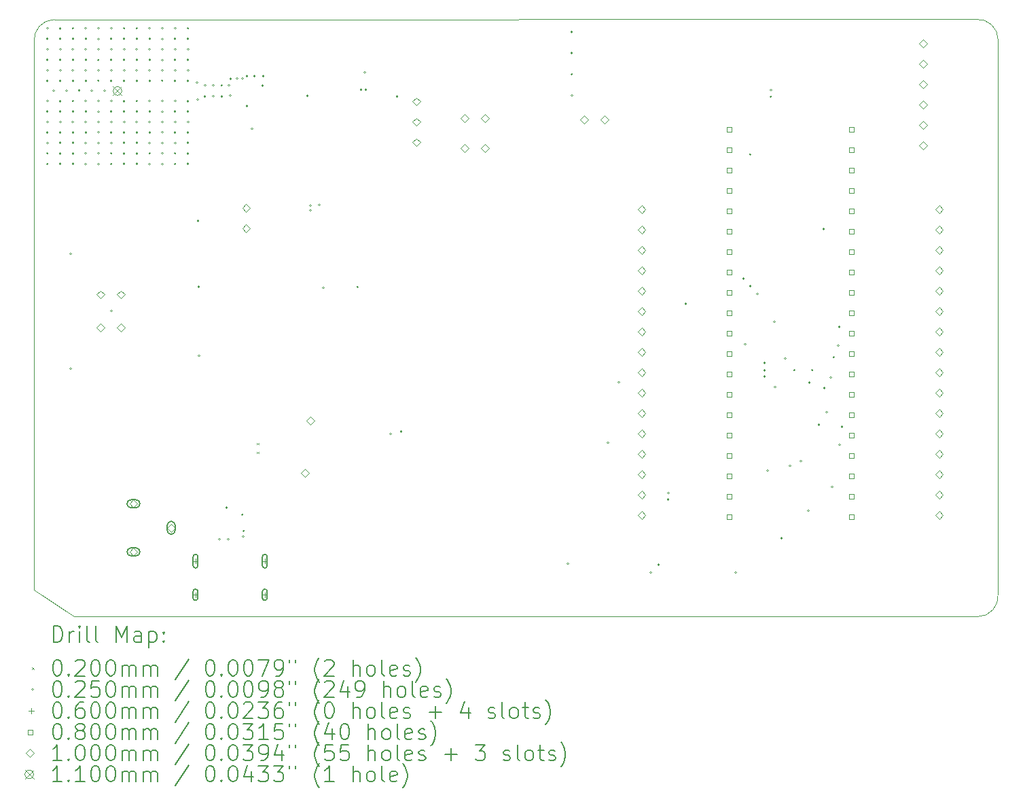
<source format=gbr>
%TF.GenerationSoftware,KiCad,Pcbnew,7.0.1*%
%TF.CreationDate,2023-11-20T00:05:41-03:00*%
%TF.ProjectId,data_logger,64617461-5f6c-46f6-9767-65722e6b6963,0*%
%TF.SameCoordinates,Original*%
%TF.FileFunction,Drillmap*%
%TF.FilePolarity,Positive*%
%FSLAX45Y45*%
G04 Gerber Fmt 4.5, Leading zero omitted, Abs format (unit mm)*
G04 Created by KiCad (PCBNEW 7.0.1) date 2023-11-20 00:05:41*
%MOMM*%
%LPD*%
G01*
G04 APERTURE LIST*
%ADD10C,0.100000*%
%ADD11C,0.200000*%
%ADD12C,0.020000*%
%ADD13C,0.025000*%
%ADD14C,0.060000*%
%ADD15C,0.080000*%
%ADD16C,0.110000*%
G04 APERTURE END LIST*
D10*
X8395800Y-6486867D02*
X8395800Y-13315800D01*
X20410000Y-13365333D02*
X20411267Y-6457800D01*
X8649800Y-6206194D02*
G75*
G03*
X8395800Y-6486867I10J-255276D01*
G01*
X20156000Y-13646000D02*
X8889868Y-13646000D01*
X20411267Y-6457800D02*
G75*
G03*
X20130600Y-6203800I-255267J0D01*
G01*
X8649800Y-6206200D02*
X20130600Y-6203800D01*
X8395800Y-13315800D02*
X8889868Y-13646000D01*
X20156000Y-13646006D02*
G75*
G03*
X20410000Y-13365333I-10J255276D01*
G01*
D11*
D12*
X11172250Y-11483500D02*
X11192250Y-11503500D01*
X11192250Y-11483500D02*
X11172250Y-11503500D01*
X11172250Y-11593500D02*
X11192250Y-11613500D01*
X11192250Y-11593500D02*
X11172250Y-11613500D01*
D13*
X8573773Y-6315000D02*
G75*
G03*
X8573773Y-6315000I-12500J0D01*
G01*
X8573773Y-6446000D02*
G75*
G03*
X8573773Y-6446000I-12500J0D01*
G01*
X8573773Y-6577000D02*
G75*
G03*
X8573773Y-6577000I-12500J0D01*
G01*
X8573773Y-6708000D02*
G75*
G03*
X8573773Y-6708000I-12500J0D01*
G01*
X8573773Y-6839000D02*
G75*
G03*
X8573773Y-6839000I-12500J0D01*
G01*
X8573773Y-6970000D02*
G75*
G03*
X8573773Y-6970000I-12500J0D01*
G01*
X8573773Y-7221000D02*
G75*
G03*
X8573773Y-7221000I-12500J0D01*
G01*
X8573773Y-7351667D02*
G75*
G03*
X8573773Y-7351667I-12500J0D01*
G01*
X8573773Y-7482333D02*
G75*
G03*
X8573773Y-7482333I-12500J0D01*
G01*
X8573773Y-7613000D02*
G75*
G03*
X8573773Y-7613000I-12500J0D01*
G01*
X8573773Y-7743666D02*
G75*
G03*
X8573773Y-7743666I-12500J0D01*
G01*
X8573773Y-7874333D02*
G75*
G03*
X8573773Y-7874333I-12500J0D01*
G01*
X8573773Y-8005000D02*
G75*
G03*
X8573773Y-8005000I-12500J0D01*
G01*
X8651500Y-7092000D02*
G75*
G03*
X8651500Y-7092000I-12500J0D01*
G01*
X8732955Y-6315000D02*
G75*
G03*
X8732955Y-6315000I-12500J0D01*
G01*
X8732955Y-6446000D02*
G75*
G03*
X8732955Y-6446000I-12500J0D01*
G01*
X8732955Y-6577000D02*
G75*
G03*
X8732955Y-6577000I-12500J0D01*
G01*
X8732955Y-6708000D02*
G75*
G03*
X8732955Y-6708000I-12500J0D01*
G01*
X8732955Y-6839000D02*
G75*
G03*
X8732955Y-6839000I-12500J0D01*
G01*
X8732955Y-6970000D02*
G75*
G03*
X8732955Y-6970000I-12500J0D01*
G01*
X8732955Y-7221000D02*
G75*
G03*
X8732955Y-7221000I-12500J0D01*
G01*
X8732955Y-7351667D02*
G75*
G03*
X8732955Y-7351667I-12500J0D01*
G01*
X8732955Y-7482333D02*
G75*
G03*
X8732955Y-7482333I-12500J0D01*
G01*
X8732955Y-7613000D02*
G75*
G03*
X8732955Y-7613000I-12500J0D01*
G01*
X8732955Y-7743666D02*
G75*
G03*
X8732955Y-7743666I-12500J0D01*
G01*
X8732955Y-7874333D02*
G75*
G03*
X8732955Y-7874333I-12500J0D01*
G01*
X8732955Y-8005000D02*
G75*
G03*
X8732955Y-8005000I-12500J0D01*
G01*
X8810250Y-7092000D02*
G75*
G03*
X8810250Y-7092000I-12500J0D01*
G01*
X8861500Y-9126000D02*
G75*
G03*
X8861500Y-9126000I-12500J0D01*
G01*
X8861500Y-10556000D02*
G75*
G03*
X8861500Y-10556000I-12500J0D01*
G01*
X8892136Y-6315000D02*
G75*
G03*
X8892136Y-6315000I-12500J0D01*
G01*
X8892136Y-6446000D02*
G75*
G03*
X8892136Y-6446000I-12500J0D01*
G01*
X8892136Y-6577000D02*
G75*
G03*
X8892136Y-6577000I-12500J0D01*
G01*
X8892136Y-6708000D02*
G75*
G03*
X8892136Y-6708000I-12500J0D01*
G01*
X8892136Y-6839000D02*
G75*
G03*
X8892136Y-6839000I-12500J0D01*
G01*
X8892136Y-6970000D02*
G75*
G03*
X8892136Y-6970000I-12500J0D01*
G01*
X8892136Y-7221000D02*
G75*
G03*
X8892136Y-7221000I-12500J0D01*
G01*
X8892136Y-7351667D02*
G75*
G03*
X8892136Y-7351667I-12500J0D01*
G01*
X8892136Y-7482333D02*
G75*
G03*
X8892136Y-7482333I-12500J0D01*
G01*
X8892136Y-7613000D02*
G75*
G03*
X8892136Y-7613000I-12500J0D01*
G01*
X8892136Y-7743666D02*
G75*
G03*
X8892136Y-7743666I-12500J0D01*
G01*
X8892136Y-7874333D02*
G75*
G03*
X8892136Y-7874333I-12500J0D01*
G01*
X8892136Y-8005000D02*
G75*
G03*
X8892136Y-8005000I-12500J0D01*
G01*
X8969000Y-7092000D02*
G75*
G03*
X8969000Y-7092000I-12500J0D01*
G01*
X9051318Y-6315000D02*
G75*
G03*
X9051318Y-6315000I-12500J0D01*
G01*
X9051318Y-6446000D02*
G75*
G03*
X9051318Y-6446000I-12500J0D01*
G01*
X9051318Y-6577000D02*
G75*
G03*
X9051318Y-6577000I-12500J0D01*
G01*
X9051318Y-6708000D02*
G75*
G03*
X9051318Y-6708000I-12500J0D01*
G01*
X9051318Y-6839000D02*
G75*
G03*
X9051318Y-6839000I-12500J0D01*
G01*
X9051318Y-6970000D02*
G75*
G03*
X9051318Y-6970000I-12500J0D01*
G01*
X9051318Y-7221000D02*
G75*
G03*
X9051318Y-7221000I-12500J0D01*
G01*
X9051318Y-7351667D02*
G75*
G03*
X9051318Y-7351667I-12500J0D01*
G01*
X9051318Y-7482333D02*
G75*
G03*
X9051318Y-7482333I-12500J0D01*
G01*
X9051318Y-7613000D02*
G75*
G03*
X9051318Y-7613000I-12500J0D01*
G01*
X9051318Y-7743666D02*
G75*
G03*
X9051318Y-7743666I-12500J0D01*
G01*
X9051318Y-7874333D02*
G75*
G03*
X9051318Y-7874333I-12500J0D01*
G01*
X9051318Y-8005000D02*
G75*
G03*
X9051318Y-8005000I-12500J0D01*
G01*
X9127750Y-7092000D02*
G75*
G03*
X9127750Y-7092000I-12500J0D01*
G01*
X9210500Y-6315000D02*
G75*
G03*
X9210500Y-6315000I-12500J0D01*
G01*
X9210500Y-6446000D02*
G75*
G03*
X9210500Y-6446000I-12500J0D01*
G01*
X9210500Y-6577000D02*
G75*
G03*
X9210500Y-6577000I-12500J0D01*
G01*
X9210500Y-6708000D02*
G75*
G03*
X9210500Y-6708000I-12500J0D01*
G01*
X9210500Y-6839000D02*
G75*
G03*
X9210500Y-6839000I-12500J0D01*
G01*
X9210500Y-6970000D02*
G75*
G03*
X9210500Y-6970000I-12500J0D01*
G01*
X9210500Y-7221000D02*
G75*
G03*
X9210500Y-7221000I-12500J0D01*
G01*
X9210500Y-7351667D02*
G75*
G03*
X9210500Y-7351667I-12500J0D01*
G01*
X9210500Y-7482333D02*
G75*
G03*
X9210500Y-7482333I-12500J0D01*
G01*
X9210500Y-7613000D02*
G75*
G03*
X9210500Y-7613000I-12500J0D01*
G01*
X9210500Y-7743666D02*
G75*
G03*
X9210500Y-7743666I-12500J0D01*
G01*
X9210500Y-7874333D02*
G75*
G03*
X9210500Y-7874333I-12500J0D01*
G01*
X9210500Y-8005000D02*
G75*
G03*
X9210500Y-8005000I-12500J0D01*
G01*
X9286500Y-7092000D02*
G75*
G03*
X9286500Y-7092000I-12500J0D01*
G01*
X9369682Y-6315000D02*
G75*
G03*
X9369682Y-6315000I-12500J0D01*
G01*
X9369682Y-6446000D02*
G75*
G03*
X9369682Y-6446000I-12500J0D01*
G01*
X9369682Y-6577000D02*
G75*
G03*
X9369682Y-6577000I-12500J0D01*
G01*
X9369682Y-6708000D02*
G75*
G03*
X9369682Y-6708000I-12500J0D01*
G01*
X9369682Y-6839000D02*
G75*
G03*
X9369682Y-6839000I-12500J0D01*
G01*
X9369682Y-6970000D02*
G75*
G03*
X9369682Y-6970000I-12500J0D01*
G01*
X9369682Y-7221000D02*
G75*
G03*
X9369682Y-7221000I-12500J0D01*
G01*
X9369682Y-7351667D02*
G75*
G03*
X9369682Y-7351667I-12500J0D01*
G01*
X9369682Y-7482333D02*
G75*
G03*
X9369682Y-7482333I-12500J0D01*
G01*
X9369682Y-7613000D02*
G75*
G03*
X9369682Y-7613000I-12500J0D01*
G01*
X9369682Y-7743666D02*
G75*
G03*
X9369682Y-7743666I-12500J0D01*
G01*
X9369682Y-7874333D02*
G75*
G03*
X9369682Y-7874333I-12500J0D01*
G01*
X9369682Y-8005000D02*
G75*
G03*
X9369682Y-8005000I-12500J0D01*
G01*
X9371500Y-9836000D02*
G75*
G03*
X9371500Y-9836000I-12500J0D01*
G01*
X9528864Y-6315000D02*
G75*
G03*
X9528864Y-6315000I-12500J0D01*
G01*
X9528864Y-6446000D02*
G75*
G03*
X9528864Y-6446000I-12500J0D01*
G01*
X9528864Y-6577000D02*
G75*
G03*
X9528864Y-6577000I-12500J0D01*
G01*
X9528864Y-6708000D02*
G75*
G03*
X9528864Y-6708000I-12500J0D01*
G01*
X9528864Y-6839000D02*
G75*
G03*
X9528864Y-6839000I-12500J0D01*
G01*
X9528864Y-6970000D02*
G75*
G03*
X9528864Y-6970000I-12500J0D01*
G01*
X9528864Y-7221000D02*
G75*
G03*
X9528864Y-7221000I-12500J0D01*
G01*
X9528864Y-7351667D02*
G75*
G03*
X9528864Y-7351667I-12500J0D01*
G01*
X9528864Y-7482333D02*
G75*
G03*
X9528864Y-7482333I-12500J0D01*
G01*
X9528864Y-7613000D02*
G75*
G03*
X9528864Y-7613000I-12500J0D01*
G01*
X9528864Y-7743666D02*
G75*
G03*
X9528864Y-7743666I-12500J0D01*
G01*
X9528864Y-7874333D02*
G75*
G03*
X9528864Y-7874333I-12500J0D01*
G01*
X9528864Y-8005000D02*
G75*
G03*
X9528864Y-8005000I-12500J0D01*
G01*
X9688045Y-6315000D02*
G75*
G03*
X9688045Y-6315000I-12500J0D01*
G01*
X9688045Y-6446000D02*
G75*
G03*
X9688045Y-6446000I-12500J0D01*
G01*
X9688045Y-6577000D02*
G75*
G03*
X9688045Y-6577000I-12500J0D01*
G01*
X9688045Y-6708000D02*
G75*
G03*
X9688045Y-6708000I-12500J0D01*
G01*
X9688045Y-6839000D02*
G75*
G03*
X9688045Y-6839000I-12500J0D01*
G01*
X9688045Y-6970000D02*
G75*
G03*
X9688045Y-6970000I-12500J0D01*
G01*
X9688045Y-7221000D02*
G75*
G03*
X9688045Y-7221000I-12500J0D01*
G01*
X9688045Y-7351667D02*
G75*
G03*
X9688045Y-7351667I-12500J0D01*
G01*
X9688045Y-7482333D02*
G75*
G03*
X9688045Y-7482333I-12500J0D01*
G01*
X9688045Y-7613000D02*
G75*
G03*
X9688045Y-7613000I-12500J0D01*
G01*
X9688045Y-7743666D02*
G75*
G03*
X9688045Y-7743666I-12500J0D01*
G01*
X9688045Y-7874333D02*
G75*
G03*
X9688045Y-7874333I-12500J0D01*
G01*
X9688045Y-8005000D02*
G75*
G03*
X9688045Y-8005000I-12500J0D01*
G01*
X9847227Y-6315000D02*
G75*
G03*
X9847227Y-6315000I-12500J0D01*
G01*
X9847227Y-6446000D02*
G75*
G03*
X9847227Y-6446000I-12500J0D01*
G01*
X9847227Y-6577000D02*
G75*
G03*
X9847227Y-6577000I-12500J0D01*
G01*
X9847227Y-6708000D02*
G75*
G03*
X9847227Y-6708000I-12500J0D01*
G01*
X9847227Y-6839000D02*
G75*
G03*
X9847227Y-6839000I-12500J0D01*
G01*
X9847227Y-6970000D02*
G75*
G03*
X9847227Y-6970000I-12500J0D01*
G01*
X9847227Y-7221000D02*
G75*
G03*
X9847227Y-7221000I-12500J0D01*
G01*
X9847227Y-7351667D02*
G75*
G03*
X9847227Y-7351667I-12500J0D01*
G01*
X9847227Y-7482333D02*
G75*
G03*
X9847227Y-7482333I-12500J0D01*
G01*
X9847227Y-7613000D02*
G75*
G03*
X9847227Y-7613000I-12500J0D01*
G01*
X9847227Y-7743666D02*
G75*
G03*
X9847227Y-7743666I-12500J0D01*
G01*
X9847227Y-7874333D02*
G75*
G03*
X9847227Y-7874333I-12500J0D01*
G01*
X9847227Y-8005000D02*
G75*
G03*
X9847227Y-8005000I-12500J0D01*
G01*
X10006409Y-6315000D02*
G75*
G03*
X10006409Y-6315000I-12500J0D01*
G01*
X10006409Y-6446000D02*
G75*
G03*
X10006409Y-6446000I-12500J0D01*
G01*
X10006409Y-6577000D02*
G75*
G03*
X10006409Y-6577000I-12500J0D01*
G01*
X10006409Y-6708000D02*
G75*
G03*
X10006409Y-6708000I-12500J0D01*
G01*
X10006409Y-6839000D02*
G75*
G03*
X10006409Y-6839000I-12500J0D01*
G01*
X10006409Y-6970000D02*
G75*
G03*
X10006409Y-6970000I-12500J0D01*
G01*
X10006409Y-7221000D02*
G75*
G03*
X10006409Y-7221000I-12500J0D01*
G01*
X10006409Y-7351667D02*
G75*
G03*
X10006409Y-7351667I-12500J0D01*
G01*
X10006409Y-7482333D02*
G75*
G03*
X10006409Y-7482333I-12500J0D01*
G01*
X10006409Y-7613000D02*
G75*
G03*
X10006409Y-7613000I-12500J0D01*
G01*
X10006409Y-7743666D02*
G75*
G03*
X10006409Y-7743666I-12500J0D01*
G01*
X10006409Y-7874333D02*
G75*
G03*
X10006409Y-7874333I-12500J0D01*
G01*
X10006409Y-8005000D02*
G75*
G03*
X10006409Y-8005000I-12500J0D01*
G01*
X10165591Y-6315000D02*
G75*
G03*
X10165591Y-6315000I-12500J0D01*
G01*
X10165591Y-6446000D02*
G75*
G03*
X10165591Y-6446000I-12500J0D01*
G01*
X10165591Y-6577000D02*
G75*
G03*
X10165591Y-6577000I-12500J0D01*
G01*
X10165591Y-6708000D02*
G75*
G03*
X10165591Y-6708000I-12500J0D01*
G01*
X10165591Y-6839000D02*
G75*
G03*
X10165591Y-6839000I-12500J0D01*
G01*
X10165591Y-6970000D02*
G75*
G03*
X10165591Y-6970000I-12500J0D01*
G01*
X10165591Y-7221000D02*
G75*
G03*
X10165591Y-7221000I-12500J0D01*
G01*
X10165591Y-7351667D02*
G75*
G03*
X10165591Y-7351667I-12500J0D01*
G01*
X10165591Y-7482333D02*
G75*
G03*
X10165591Y-7482333I-12500J0D01*
G01*
X10165591Y-7613000D02*
G75*
G03*
X10165591Y-7613000I-12500J0D01*
G01*
X10165591Y-7743666D02*
G75*
G03*
X10165591Y-7743666I-12500J0D01*
G01*
X10165591Y-7874333D02*
G75*
G03*
X10165591Y-7874333I-12500J0D01*
G01*
X10165591Y-8005000D02*
G75*
G03*
X10165591Y-8005000I-12500J0D01*
G01*
X10324773Y-6315000D02*
G75*
G03*
X10324773Y-6315000I-12500J0D01*
G01*
X10324773Y-6446000D02*
G75*
G03*
X10324773Y-6446000I-12500J0D01*
G01*
X10324773Y-6577000D02*
G75*
G03*
X10324773Y-6577000I-12500J0D01*
G01*
X10324773Y-6708000D02*
G75*
G03*
X10324773Y-6708000I-12500J0D01*
G01*
X10324773Y-6839000D02*
G75*
G03*
X10324773Y-6839000I-12500J0D01*
G01*
X10324773Y-6970000D02*
G75*
G03*
X10324773Y-6970000I-12500J0D01*
G01*
X10324773Y-7221000D02*
G75*
G03*
X10324773Y-7221000I-12500J0D01*
G01*
X10324773Y-7351667D02*
G75*
G03*
X10324773Y-7351667I-12500J0D01*
G01*
X10324773Y-7482333D02*
G75*
G03*
X10324773Y-7482333I-12500J0D01*
G01*
X10324773Y-7613000D02*
G75*
G03*
X10324773Y-7613000I-12500J0D01*
G01*
X10324773Y-7743666D02*
G75*
G03*
X10324773Y-7743666I-12500J0D01*
G01*
X10324773Y-7874333D02*
G75*
G03*
X10324773Y-7874333I-12500J0D01*
G01*
X10324773Y-8005000D02*
G75*
G03*
X10324773Y-8005000I-12500J0D01*
G01*
X10438500Y-6993000D02*
G75*
G03*
X10438500Y-6993000I-12500J0D01*
G01*
X10444500Y-7203000D02*
G75*
G03*
X10444500Y-7203000I-12500J0D01*
G01*
X10451500Y-8716000D02*
G75*
G03*
X10451500Y-8716000I-12500J0D01*
G01*
X10461500Y-9536000D02*
G75*
G03*
X10461500Y-9536000I-12500J0D01*
G01*
X10461500Y-10396000D02*
G75*
G03*
X10461500Y-10396000I-12500J0D01*
G01*
X10539500Y-7028000D02*
G75*
G03*
X10539500Y-7028000I-12500J0D01*
G01*
X10539500Y-7165000D02*
G75*
G03*
X10539500Y-7165000I-12500J0D01*
G01*
X10641500Y-7025000D02*
G75*
G03*
X10641500Y-7025000I-12500J0D01*
G01*
X10641500Y-7164000D02*
G75*
G03*
X10641500Y-7164000I-12500J0D01*
G01*
X10720350Y-12680800D02*
G75*
G03*
X10720350Y-12680800I-12500J0D01*
G01*
X10743500Y-7029000D02*
G75*
G03*
X10743500Y-7029000I-12500J0D01*
G01*
X10744500Y-7166000D02*
G75*
G03*
X10744500Y-7166000I-12500J0D01*
G01*
X10806500Y-12284000D02*
G75*
G03*
X10806500Y-12284000I-12500J0D01*
G01*
X10830250Y-12680800D02*
G75*
G03*
X10830250Y-12680800I-12500J0D01*
G01*
X10836500Y-7026000D02*
G75*
G03*
X10836500Y-7026000I-12500J0D01*
G01*
X10856500Y-6946000D02*
G75*
G03*
X10856500Y-6946000I-12500J0D01*
G01*
X10856500Y-7152000D02*
G75*
G03*
X10856500Y-7152000I-12500J0D01*
G01*
X10936500Y-6941000D02*
G75*
G03*
X10936500Y-6941000I-12500J0D01*
G01*
X11001500Y-12376000D02*
G75*
G03*
X11001500Y-12376000I-12500J0D01*
G01*
X11006500Y-6941000D02*
G75*
G03*
X11006500Y-6941000I-12500J0D01*
G01*
X11011500Y-12646000D02*
G75*
G03*
X11011500Y-12646000I-12500J0D01*
G01*
X11021500Y-12576000D02*
G75*
G03*
X11021500Y-12576000I-12500J0D01*
G01*
X11061500Y-6911000D02*
G75*
G03*
X11061500Y-6911000I-12500J0D01*
G01*
X11061500Y-7281000D02*
G75*
G03*
X11061500Y-7281000I-12500J0D01*
G01*
X11121500Y-7566000D02*
G75*
G03*
X11121500Y-7566000I-12500J0D01*
G01*
X11156500Y-6911000D02*
G75*
G03*
X11156500Y-6911000I-12500J0D01*
G01*
X11257500Y-7028000D02*
G75*
G03*
X11257500Y-7028000I-12500J0D01*
G01*
X11261500Y-6911000D02*
G75*
G03*
X11261500Y-6911000I-12500J0D01*
G01*
X11811500Y-7156000D02*
G75*
G03*
X11811500Y-7156000I-12500J0D01*
G01*
X11851500Y-8526000D02*
G75*
G03*
X11851500Y-8526000I-12500J0D01*
G01*
X11851500Y-8586000D02*
G75*
G03*
X11851500Y-8586000I-12500J0D01*
G01*
X11961500Y-8516000D02*
G75*
G03*
X11961500Y-8516000I-12500J0D01*
G01*
X12011500Y-9546000D02*
G75*
G03*
X12011500Y-9546000I-12500J0D01*
G01*
X12439750Y-9539050D02*
G75*
G03*
X12439750Y-9539050I-12500J0D01*
G01*
X12481500Y-7081000D02*
G75*
G03*
X12481500Y-7081000I-12500J0D01*
G01*
X12531500Y-6866000D02*
G75*
G03*
X12531500Y-6866000I-12500J0D01*
G01*
X12541500Y-7081000D02*
G75*
G03*
X12541500Y-7081000I-12500J0D01*
G01*
X12851500Y-11366000D02*
G75*
G03*
X12851500Y-11366000I-12500J0D01*
G01*
X12931500Y-7166000D02*
G75*
G03*
X12931500Y-7166000I-12500J0D01*
G01*
X12981500Y-11336000D02*
G75*
G03*
X12981500Y-11336000I-12500J0D01*
G01*
X15059500Y-12986000D02*
G75*
G03*
X15059500Y-12986000I-12500J0D01*
G01*
X15110000Y-6359167D02*
G75*
G03*
X15110000Y-6359167I-12500J0D01*
G01*
X15110000Y-6623333D02*
G75*
G03*
X15110000Y-6623333I-12500J0D01*
G01*
X15110000Y-6887500D02*
G75*
G03*
X15110000Y-6887500I-12500J0D01*
G01*
X15110000Y-7151667D02*
G75*
G03*
X15110000Y-7151667I-12500J0D01*
G01*
X15561500Y-11476000D02*
G75*
G03*
X15561500Y-11476000I-12500J0D01*
G01*
X15695500Y-10728000D02*
G75*
G03*
X15695500Y-10728000I-12500J0D01*
G01*
X16091000Y-13096500D02*
G75*
G03*
X16091000Y-13096500I-12500J0D01*
G01*
X16191500Y-12996000D02*
G75*
G03*
X16191500Y-12996000I-12500J0D01*
G01*
X16311500Y-12106000D02*
G75*
G03*
X16311500Y-12106000I-12500J0D01*
G01*
X16311500Y-12186000D02*
G75*
G03*
X16311500Y-12186000I-12500J0D01*
G01*
X16531500Y-9746000D02*
G75*
G03*
X16531500Y-9746000I-12500J0D01*
G01*
X17155500Y-13095000D02*
G75*
G03*
X17155500Y-13095000I-12500J0D01*
G01*
X17251500Y-9436000D02*
G75*
G03*
X17251500Y-9436000I-12500J0D01*
G01*
X17270500Y-10250000D02*
G75*
G03*
X17270500Y-10250000I-12500J0D01*
G01*
X17331500Y-7886000D02*
G75*
G03*
X17331500Y-7886000I-12500J0D01*
G01*
X17331500Y-9526000D02*
G75*
G03*
X17331500Y-9526000I-12500J0D01*
G01*
X17421500Y-9626000D02*
G75*
G03*
X17421500Y-9626000I-12500J0D01*
G01*
X17511500Y-10486000D02*
G75*
G03*
X17511500Y-10486000I-12500J0D01*
G01*
X17511500Y-10576000D02*
G75*
G03*
X17511500Y-10576000I-12500J0D01*
G01*
X17511500Y-10656000D02*
G75*
G03*
X17511500Y-10656000I-12500J0D01*
G01*
X17551500Y-11826000D02*
G75*
G03*
X17551500Y-11826000I-12500J0D01*
G01*
X17591500Y-7086000D02*
G75*
G03*
X17591500Y-7086000I-12500J0D01*
G01*
X17591500Y-7166000D02*
G75*
G03*
X17591500Y-7166000I-12500J0D01*
G01*
X17636500Y-9971000D02*
G75*
G03*
X17636500Y-9971000I-12500J0D01*
G01*
X17641500Y-10786000D02*
G75*
G03*
X17641500Y-10786000I-12500J0D01*
G01*
X17725500Y-12667000D02*
G75*
G03*
X17725500Y-12667000I-12500J0D01*
G01*
X17771500Y-10426000D02*
G75*
G03*
X17771500Y-10426000I-12500J0D01*
G01*
X17831500Y-11766000D02*
G75*
G03*
X17831500Y-11766000I-12500J0D01*
G01*
X17881500Y-10576000D02*
G75*
G03*
X17881500Y-10576000I-12500J0D01*
G01*
X17966550Y-11708661D02*
G75*
G03*
X17966550Y-11708661I-12500J0D01*
G01*
X18057500Y-12323000D02*
G75*
G03*
X18057500Y-12323000I-12500J0D01*
G01*
X18071500Y-10726000D02*
G75*
G03*
X18071500Y-10726000I-12500J0D01*
G01*
X18108150Y-10576000D02*
G75*
G03*
X18108150Y-10576000I-12500J0D01*
G01*
X18190500Y-11256000D02*
G75*
G03*
X18190500Y-11256000I-12500J0D01*
G01*
X18251500Y-8816000D02*
G75*
G03*
X18251500Y-8816000I-12500J0D01*
G01*
X18260144Y-10796356D02*
G75*
G03*
X18260144Y-10796356I-12500J0D01*
G01*
X18286500Y-11097000D02*
G75*
G03*
X18286500Y-11097000I-12500J0D01*
G01*
X18341500Y-10666000D02*
G75*
G03*
X18341500Y-10666000I-12500J0D01*
G01*
X18358500Y-12029000D02*
G75*
G03*
X18358500Y-12029000I-12500J0D01*
G01*
X18372500Y-10415000D02*
G75*
G03*
X18372500Y-10415000I-12500J0D01*
G01*
X18431500Y-10266000D02*
G75*
G03*
X18431500Y-10266000I-12500J0D01*
G01*
X18442500Y-10035000D02*
G75*
G03*
X18442500Y-10035000I-12500J0D01*
G01*
X18447500Y-11506000D02*
G75*
G03*
X18447500Y-11506000I-12500J0D01*
G01*
X18477500Y-11277000D02*
G75*
G03*
X18477500Y-11277000I-12500J0D01*
G01*
D14*
X10407000Y-12924500D02*
X10407000Y-12984500D01*
X10377000Y-12954500D02*
X10437000Y-12954500D01*
D11*
X10377000Y-12899500D02*
X10377000Y-13009500D01*
X10377000Y-13009500D02*
G75*
G03*
X10437000Y-13009500I30000J0D01*
G01*
X10437000Y-13009500D02*
X10437000Y-12899500D01*
X10437000Y-12899500D02*
G75*
G03*
X10377000Y-12899500I-30000J0D01*
G01*
D14*
X10407000Y-13342500D02*
X10407000Y-13402500D01*
X10377000Y-13372500D02*
X10437000Y-13372500D01*
D11*
X10377000Y-13332500D02*
X10377000Y-13412500D01*
X10377000Y-13412500D02*
G75*
G03*
X10437000Y-13412500I30000J0D01*
G01*
X10437000Y-13412500D02*
X10437000Y-13332500D01*
X10437000Y-13332500D02*
G75*
G03*
X10377000Y-13332500I-30000J0D01*
G01*
D14*
X11271000Y-12924500D02*
X11271000Y-12984500D01*
X11241000Y-12954500D02*
X11301000Y-12954500D01*
D11*
X11241000Y-12899500D02*
X11241000Y-13009500D01*
X11241000Y-13009500D02*
G75*
G03*
X11301000Y-13009500I30000J0D01*
G01*
X11301000Y-13009500D02*
X11301000Y-12899500D01*
X11301000Y-12899500D02*
G75*
G03*
X11241000Y-12899500I-30000J0D01*
G01*
D14*
X11271000Y-13342500D02*
X11271000Y-13402500D01*
X11241000Y-13372500D02*
X11301000Y-13372500D01*
D11*
X11241000Y-13332500D02*
X11241000Y-13412500D01*
X11241000Y-13412500D02*
G75*
G03*
X11301000Y-13412500I30000J0D01*
G01*
X11301000Y-13412500D02*
X11301000Y-13332500D01*
X11301000Y-13332500D02*
G75*
G03*
X11241000Y-13332500I-30000J0D01*
G01*
D15*
X17084885Y-7606284D02*
X17084885Y-7549715D01*
X17028316Y-7549715D01*
X17028316Y-7606284D01*
X17084885Y-7606284D01*
X17084885Y-7860284D02*
X17084885Y-7803715D01*
X17028316Y-7803715D01*
X17028316Y-7860284D01*
X17084885Y-7860284D01*
X17084885Y-8114284D02*
X17084885Y-8057715D01*
X17028316Y-8057715D01*
X17028316Y-8114284D01*
X17084885Y-8114284D01*
X17084885Y-8368284D02*
X17084885Y-8311715D01*
X17028316Y-8311715D01*
X17028316Y-8368284D01*
X17084885Y-8368284D01*
X17084885Y-8622285D02*
X17084885Y-8565716D01*
X17028316Y-8565716D01*
X17028316Y-8622285D01*
X17084885Y-8622285D01*
X17084885Y-8876285D02*
X17084885Y-8819716D01*
X17028316Y-8819716D01*
X17028316Y-8876285D01*
X17084885Y-8876285D01*
X17084885Y-9130285D02*
X17084885Y-9073716D01*
X17028316Y-9073716D01*
X17028316Y-9130285D01*
X17084885Y-9130285D01*
X17084885Y-9384285D02*
X17084885Y-9327716D01*
X17028316Y-9327716D01*
X17028316Y-9384285D01*
X17084885Y-9384285D01*
X17084885Y-9638285D02*
X17084885Y-9581716D01*
X17028316Y-9581716D01*
X17028316Y-9638285D01*
X17084885Y-9638285D01*
X17084885Y-9892285D02*
X17084885Y-9835716D01*
X17028316Y-9835716D01*
X17028316Y-9892285D01*
X17084885Y-9892285D01*
X17084885Y-10146285D02*
X17084885Y-10089716D01*
X17028316Y-10089716D01*
X17028316Y-10146285D01*
X17084885Y-10146285D01*
X17084885Y-10400285D02*
X17084885Y-10343716D01*
X17028316Y-10343716D01*
X17028316Y-10400285D01*
X17084885Y-10400285D01*
X17084885Y-10654285D02*
X17084885Y-10597716D01*
X17028316Y-10597716D01*
X17028316Y-10654285D01*
X17084885Y-10654285D01*
X17084885Y-10908285D02*
X17084885Y-10851716D01*
X17028316Y-10851716D01*
X17028316Y-10908285D01*
X17084885Y-10908285D01*
X17084885Y-11162285D02*
X17084885Y-11105716D01*
X17028316Y-11105716D01*
X17028316Y-11162285D01*
X17084885Y-11162285D01*
X17084885Y-11416284D02*
X17084885Y-11359715D01*
X17028316Y-11359715D01*
X17028316Y-11416284D01*
X17084885Y-11416284D01*
X17084885Y-11670284D02*
X17084885Y-11613715D01*
X17028316Y-11613715D01*
X17028316Y-11670284D01*
X17084885Y-11670284D01*
X17084885Y-11924284D02*
X17084885Y-11867715D01*
X17028316Y-11867715D01*
X17028316Y-11924284D01*
X17084885Y-11924284D01*
X17084885Y-12178284D02*
X17084885Y-12121715D01*
X17028316Y-12121715D01*
X17028316Y-12178284D01*
X17084885Y-12178284D01*
X17084885Y-12432284D02*
X17084885Y-12375715D01*
X17028316Y-12375715D01*
X17028316Y-12432284D01*
X17084885Y-12432284D01*
X18608885Y-7606284D02*
X18608885Y-7549715D01*
X18552316Y-7549715D01*
X18552316Y-7606284D01*
X18608885Y-7606284D01*
X18608885Y-7860284D02*
X18608885Y-7803715D01*
X18552316Y-7803715D01*
X18552316Y-7860284D01*
X18608885Y-7860284D01*
X18608885Y-8114284D02*
X18608885Y-8057715D01*
X18552316Y-8057715D01*
X18552316Y-8114284D01*
X18608885Y-8114284D01*
X18608885Y-8368284D02*
X18608885Y-8311715D01*
X18552316Y-8311715D01*
X18552316Y-8368284D01*
X18608885Y-8368284D01*
X18608885Y-8622285D02*
X18608885Y-8565716D01*
X18552316Y-8565716D01*
X18552316Y-8622285D01*
X18608885Y-8622285D01*
X18608885Y-8876285D02*
X18608885Y-8819716D01*
X18552316Y-8819716D01*
X18552316Y-8876285D01*
X18608885Y-8876285D01*
X18608885Y-9130285D02*
X18608885Y-9073716D01*
X18552316Y-9073716D01*
X18552316Y-9130285D01*
X18608885Y-9130285D01*
X18608885Y-9384285D02*
X18608885Y-9327716D01*
X18552316Y-9327716D01*
X18552316Y-9384285D01*
X18608885Y-9384285D01*
X18608885Y-9638285D02*
X18608885Y-9581716D01*
X18552316Y-9581716D01*
X18552316Y-9638285D01*
X18608885Y-9638285D01*
X18608885Y-9892285D02*
X18608885Y-9835716D01*
X18552316Y-9835716D01*
X18552316Y-9892285D01*
X18608885Y-9892285D01*
X18608885Y-10146285D02*
X18608885Y-10089716D01*
X18552316Y-10089716D01*
X18552316Y-10146285D01*
X18608885Y-10146285D01*
X18608885Y-10400285D02*
X18608885Y-10343716D01*
X18552316Y-10343716D01*
X18552316Y-10400285D01*
X18608885Y-10400285D01*
X18608885Y-10654285D02*
X18608885Y-10597716D01*
X18552316Y-10597716D01*
X18552316Y-10654285D01*
X18608885Y-10654285D01*
X18608885Y-10908285D02*
X18608885Y-10851716D01*
X18552316Y-10851716D01*
X18552316Y-10908285D01*
X18608885Y-10908285D01*
X18608885Y-11162285D02*
X18608885Y-11105716D01*
X18552316Y-11105716D01*
X18552316Y-11162285D01*
X18608885Y-11162285D01*
X18608885Y-11416284D02*
X18608885Y-11359715D01*
X18552316Y-11359715D01*
X18552316Y-11416284D01*
X18608885Y-11416284D01*
X18608885Y-11670284D02*
X18608885Y-11613715D01*
X18552316Y-11613715D01*
X18552316Y-11670284D01*
X18608885Y-11670284D01*
X18608885Y-11924284D02*
X18608885Y-11867715D01*
X18552316Y-11867715D01*
X18552316Y-11924284D01*
X18608885Y-11924284D01*
X18608885Y-12178284D02*
X18608885Y-12121715D01*
X18552316Y-12121715D01*
X18552316Y-12178284D01*
X18608885Y-12178284D01*
X18608885Y-12432284D02*
X18608885Y-12375715D01*
X18552316Y-12375715D01*
X18552316Y-12432284D01*
X18608885Y-12432284D01*
D10*
X9225200Y-9683000D02*
X9275200Y-9633000D01*
X9225200Y-9583000D01*
X9175200Y-9633000D01*
X9225200Y-9683000D01*
X9225200Y-10095000D02*
X9275200Y-10045000D01*
X9225200Y-9995000D01*
X9175200Y-10045000D01*
X9225200Y-10095000D01*
X9479200Y-9683000D02*
X9529200Y-9633000D01*
X9479200Y-9583000D01*
X9429200Y-9633000D01*
X9479200Y-9683000D01*
X9479200Y-10095000D02*
X9529200Y-10045000D01*
X9479200Y-9995000D01*
X9429200Y-10045000D01*
X9479200Y-10095000D01*
X9634000Y-12288600D02*
X9684000Y-12238600D01*
X9634000Y-12188600D01*
X9584000Y-12238600D01*
X9634000Y-12288600D01*
D11*
X9604000Y-12288600D02*
X9664000Y-12288600D01*
X9664000Y-12288600D02*
G75*
G03*
X9664000Y-12188600I0J50000D01*
G01*
X9664000Y-12188600D02*
X9604000Y-12188600D01*
X9604000Y-12188600D02*
G75*
G03*
X9604000Y-12288600I0J-50000D01*
G01*
D10*
X9634000Y-12888600D02*
X9684000Y-12838600D01*
X9634000Y-12788600D01*
X9584000Y-12838600D01*
X9634000Y-12888600D01*
D11*
X9604000Y-12888600D02*
X9664000Y-12888600D01*
X9664000Y-12888600D02*
G75*
G03*
X9664000Y-12788600I0J50000D01*
G01*
X9664000Y-12788600D02*
X9604000Y-12788600D01*
X9604000Y-12788600D02*
G75*
G03*
X9604000Y-12888600I0J-50000D01*
G01*
D10*
X10104000Y-12588600D02*
X10154000Y-12538600D01*
X10104000Y-12488600D01*
X10054000Y-12538600D01*
X10104000Y-12588600D01*
D11*
X10054000Y-12508600D02*
X10054000Y-12568600D01*
X10054000Y-12568600D02*
G75*
G03*
X10154000Y-12568600I50000J0D01*
G01*
X10154000Y-12568600D02*
X10154000Y-12508600D01*
X10154000Y-12508600D02*
G75*
G03*
X10054000Y-12508600I-50000J0D01*
G01*
D10*
X11039000Y-8602000D02*
X11089000Y-8552000D01*
X11039000Y-8502000D01*
X10989000Y-8552000D01*
X11039000Y-8602000D01*
X11039000Y-8856000D02*
X11089000Y-8806000D01*
X11039000Y-8756000D01*
X10989000Y-8806000D01*
X11039000Y-8856000D01*
X11769000Y-11906000D02*
X11819000Y-11856000D01*
X11769000Y-11806000D01*
X11719000Y-11856000D01*
X11769000Y-11906000D01*
X11839000Y-11256000D02*
X11889000Y-11206000D01*
X11839000Y-11156000D01*
X11789000Y-11206000D01*
X11839000Y-11256000D01*
X13159000Y-7278000D02*
X13209000Y-7228000D01*
X13159000Y-7178000D01*
X13109000Y-7228000D01*
X13159000Y-7278000D01*
X13159000Y-7532000D02*
X13209000Y-7482000D01*
X13159000Y-7432000D01*
X13109000Y-7482000D01*
X13159000Y-7532000D01*
X13159000Y-7786000D02*
X13209000Y-7736000D01*
X13159000Y-7686000D01*
X13109000Y-7736000D01*
X13159000Y-7786000D01*
X13759000Y-7486000D02*
X13809000Y-7436000D01*
X13759000Y-7386000D01*
X13709000Y-7436000D01*
X13759000Y-7486000D01*
X13759000Y-7856000D02*
X13809000Y-7806000D01*
X13759000Y-7756000D01*
X13709000Y-7806000D01*
X13759000Y-7856000D01*
X14013000Y-7486000D02*
X14063000Y-7436000D01*
X14013000Y-7386000D01*
X13963000Y-7436000D01*
X14013000Y-7486000D01*
X14013000Y-7856000D02*
X14063000Y-7806000D01*
X14013000Y-7756000D01*
X13963000Y-7806000D01*
X14013000Y-7856000D01*
X15255000Y-7506000D02*
X15305000Y-7456000D01*
X15255000Y-7406000D01*
X15205000Y-7456000D01*
X15255000Y-7506000D01*
X15509000Y-7506000D02*
X15559000Y-7456000D01*
X15509000Y-7406000D01*
X15459000Y-7456000D01*
X15509000Y-7506000D01*
X15967400Y-8618000D02*
X16017400Y-8568000D01*
X15967400Y-8518000D01*
X15917400Y-8568000D01*
X15967400Y-8618000D01*
X15967400Y-8872000D02*
X16017400Y-8822000D01*
X15967400Y-8772000D01*
X15917400Y-8822000D01*
X15967400Y-8872000D01*
X15967400Y-9126000D02*
X16017400Y-9076000D01*
X15967400Y-9026000D01*
X15917400Y-9076000D01*
X15967400Y-9126000D01*
X15967400Y-9380000D02*
X16017400Y-9330000D01*
X15967400Y-9280000D01*
X15917400Y-9330000D01*
X15967400Y-9380000D01*
X15967400Y-9634000D02*
X16017400Y-9584000D01*
X15967400Y-9534000D01*
X15917400Y-9584000D01*
X15967400Y-9634000D01*
X15967400Y-9888000D02*
X16017400Y-9838000D01*
X15967400Y-9788000D01*
X15917400Y-9838000D01*
X15967400Y-9888000D01*
X15967400Y-10142000D02*
X16017400Y-10092000D01*
X15967400Y-10042000D01*
X15917400Y-10092000D01*
X15967400Y-10142000D01*
X15967400Y-10396000D02*
X16017400Y-10346000D01*
X15967400Y-10296000D01*
X15917400Y-10346000D01*
X15967400Y-10396000D01*
X15967400Y-10650000D02*
X16017400Y-10600000D01*
X15967400Y-10550000D01*
X15917400Y-10600000D01*
X15967400Y-10650000D01*
X15967400Y-10904000D02*
X16017400Y-10854000D01*
X15967400Y-10804000D01*
X15917400Y-10854000D01*
X15967400Y-10904000D01*
X15967400Y-11158000D02*
X16017400Y-11108000D01*
X15967400Y-11058000D01*
X15917400Y-11108000D01*
X15967400Y-11158000D01*
X15967400Y-11412000D02*
X16017400Y-11362000D01*
X15967400Y-11312000D01*
X15917400Y-11362000D01*
X15967400Y-11412000D01*
X15967400Y-11666000D02*
X16017400Y-11616000D01*
X15967400Y-11566000D01*
X15917400Y-11616000D01*
X15967400Y-11666000D01*
X15967400Y-11920000D02*
X16017400Y-11870000D01*
X15967400Y-11820000D01*
X15917400Y-11870000D01*
X15967400Y-11920000D01*
X15967400Y-12174000D02*
X16017400Y-12124000D01*
X15967400Y-12074000D01*
X15917400Y-12124000D01*
X15967400Y-12174000D01*
X15967400Y-12428000D02*
X16017400Y-12378000D01*
X15967400Y-12328000D01*
X15917400Y-12378000D01*
X15967400Y-12428000D01*
X19479000Y-6556000D02*
X19529000Y-6506000D01*
X19479000Y-6456000D01*
X19429000Y-6506000D01*
X19479000Y-6556000D01*
X19479000Y-6810000D02*
X19529000Y-6760000D01*
X19479000Y-6710000D01*
X19429000Y-6760000D01*
X19479000Y-6810000D01*
X19479000Y-7064000D02*
X19529000Y-7014000D01*
X19479000Y-6964000D01*
X19429000Y-7014000D01*
X19479000Y-7064000D01*
X19479000Y-7318000D02*
X19529000Y-7268000D01*
X19479000Y-7218000D01*
X19429000Y-7268000D01*
X19479000Y-7318000D01*
X19479000Y-7572000D02*
X19529000Y-7522000D01*
X19479000Y-7472000D01*
X19429000Y-7522000D01*
X19479000Y-7572000D01*
X19479000Y-7826000D02*
X19529000Y-7776000D01*
X19479000Y-7726000D01*
X19429000Y-7776000D01*
X19479000Y-7826000D01*
X19675800Y-8618000D02*
X19725800Y-8568000D01*
X19675800Y-8518000D01*
X19625800Y-8568000D01*
X19675800Y-8618000D01*
X19675800Y-8872000D02*
X19725800Y-8822000D01*
X19675800Y-8772000D01*
X19625800Y-8822000D01*
X19675800Y-8872000D01*
X19675800Y-9126000D02*
X19725800Y-9076000D01*
X19675800Y-9026000D01*
X19625800Y-9076000D01*
X19675800Y-9126000D01*
X19675800Y-9380000D02*
X19725800Y-9330000D01*
X19675800Y-9280000D01*
X19625800Y-9330000D01*
X19675800Y-9380000D01*
X19675800Y-9634000D02*
X19725800Y-9584000D01*
X19675800Y-9534000D01*
X19625800Y-9584000D01*
X19675800Y-9634000D01*
X19675800Y-9888000D02*
X19725800Y-9838000D01*
X19675800Y-9788000D01*
X19625800Y-9838000D01*
X19675800Y-9888000D01*
X19675800Y-10142000D02*
X19725800Y-10092000D01*
X19675800Y-10042000D01*
X19625800Y-10092000D01*
X19675800Y-10142000D01*
X19675800Y-10396000D02*
X19725800Y-10346000D01*
X19675800Y-10296000D01*
X19625800Y-10346000D01*
X19675800Y-10396000D01*
X19675800Y-10650000D02*
X19725800Y-10600000D01*
X19675800Y-10550000D01*
X19625800Y-10600000D01*
X19675800Y-10650000D01*
X19675800Y-10904000D02*
X19725800Y-10854000D01*
X19675800Y-10804000D01*
X19625800Y-10854000D01*
X19675800Y-10904000D01*
X19675800Y-11158000D02*
X19725800Y-11108000D01*
X19675800Y-11058000D01*
X19625800Y-11108000D01*
X19675800Y-11158000D01*
X19675800Y-11412000D02*
X19725800Y-11362000D01*
X19675800Y-11312000D01*
X19625800Y-11362000D01*
X19675800Y-11412000D01*
X19675800Y-11666000D02*
X19725800Y-11616000D01*
X19675800Y-11566000D01*
X19625800Y-11616000D01*
X19675800Y-11666000D01*
X19675800Y-11920000D02*
X19725800Y-11870000D01*
X19675800Y-11820000D01*
X19625800Y-11870000D01*
X19675800Y-11920000D01*
X19675800Y-12174000D02*
X19725800Y-12124000D01*
X19675800Y-12074000D01*
X19625800Y-12124000D01*
X19675800Y-12174000D01*
X19675800Y-12428000D02*
X19725800Y-12378000D01*
X19675800Y-12328000D01*
X19625800Y-12378000D01*
X19675800Y-12428000D01*
D16*
X9379760Y-7041303D02*
X9489760Y-7151303D01*
X9489760Y-7041303D02*
X9379760Y-7151303D01*
X9489760Y-7096303D02*
G75*
G03*
X9489760Y-7096303I-55000J0D01*
G01*
D11*
X8637153Y-13963524D02*
X8637153Y-13763524D01*
X8637153Y-13763524D02*
X8684772Y-13763524D01*
X8684772Y-13763524D02*
X8713343Y-13773048D01*
X8713343Y-13773048D02*
X8732391Y-13792095D01*
X8732391Y-13792095D02*
X8741915Y-13811143D01*
X8741915Y-13811143D02*
X8751439Y-13849238D01*
X8751439Y-13849238D02*
X8751439Y-13877809D01*
X8751439Y-13877809D02*
X8741915Y-13915905D01*
X8741915Y-13915905D02*
X8732391Y-13934952D01*
X8732391Y-13934952D02*
X8713343Y-13954000D01*
X8713343Y-13954000D02*
X8684772Y-13963524D01*
X8684772Y-13963524D02*
X8637153Y-13963524D01*
X8837153Y-13963524D02*
X8837153Y-13830190D01*
X8837153Y-13868286D02*
X8846677Y-13849238D01*
X8846677Y-13849238D02*
X8856200Y-13839714D01*
X8856200Y-13839714D02*
X8875248Y-13830190D01*
X8875248Y-13830190D02*
X8894296Y-13830190D01*
X8960962Y-13963524D02*
X8960962Y-13830190D01*
X8960962Y-13763524D02*
X8951439Y-13773048D01*
X8951439Y-13773048D02*
X8960962Y-13782571D01*
X8960962Y-13782571D02*
X8970486Y-13773048D01*
X8970486Y-13773048D02*
X8960962Y-13763524D01*
X8960962Y-13763524D02*
X8960962Y-13782571D01*
X9084772Y-13963524D02*
X9065724Y-13954000D01*
X9065724Y-13954000D02*
X9056200Y-13934952D01*
X9056200Y-13934952D02*
X9056200Y-13763524D01*
X9189534Y-13963524D02*
X9170486Y-13954000D01*
X9170486Y-13954000D02*
X9160962Y-13934952D01*
X9160962Y-13934952D02*
X9160962Y-13763524D01*
X9418105Y-13963524D02*
X9418105Y-13763524D01*
X9418105Y-13763524D02*
X9484772Y-13906381D01*
X9484772Y-13906381D02*
X9551439Y-13763524D01*
X9551439Y-13763524D02*
X9551439Y-13963524D01*
X9732391Y-13963524D02*
X9732391Y-13858762D01*
X9732391Y-13858762D02*
X9722867Y-13839714D01*
X9722867Y-13839714D02*
X9703820Y-13830190D01*
X9703820Y-13830190D02*
X9665724Y-13830190D01*
X9665724Y-13830190D02*
X9646677Y-13839714D01*
X9732391Y-13954000D02*
X9713343Y-13963524D01*
X9713343Y-13963524D02*
X9665724Y-13963524D01*
X9665724Y-13963524D02*
X9646677Y-13954000D01*
X9646677Y-13954000D02*
X9637153Y-13934952D01*
X9637153Y-13934952D02*
X9637153Y-13915905D01*
X9637153Y-13915905D02*
X9646677Y-13896857D01*
X9646677Y-13896857D02*
X9665724Y-13887333D01*
X9665724Y-13887333D02*
X9713343Y-13887333D01*
X9713343Y-13887333D02*
X9732391Y-13877809D01*
X9827629Y-13830190D02*
X9827629Y-14030190D01*
X9827629Y-13839714D02*
X9846677Y-13830190D01*
X9846677Y-13830190D02*
X9884772Y-13830190D01*
X9884772Y-13830190D02*
X9903820Y-13839714D01*
X9903820Y-13839714D02*
X9913343Y-13849238D01*
X9913343Y-13849238D02*
X9922867Y-13868286D01*
X9922867Y-13868286D02*
X9922867Y-13925428D01*
X9922867Y-13925428D02*
X9913343Y-13944476D01*
X9913343Y-13944476D02*
X9903820Y-13954000D01*
X9903820Y-13954000D02*
X9884772Y-13963524D01*
X9884772Y-13963524D02*
X9846677Y-13963524D01*
X9846677Y-13963524D02*
X9827629Y-13954000D01*
X10008581Y-13944476D02*
X10018105Y-13954000D01*
X10018105Y-13954000D02*
X10008581Y-13963524D01*
X10008581Y-13963524D02*
X9999058Y-13954000D01*
X9999058Y-13954000D02*
X10008581Y-13944476D01*
X10008581Y-13944476D02*
X10008581Y-13963524D01*
X10008581Y-13839714D02*
X10018105Y-13849238D01*
X10018105Y-13849238D02*
X10008581Y-13858762D01*
X10008581Y-13858762D02*
X9999058Y-13849238D01*
X9999058Y-13849238D02*
X10008581Y-13839714D01*
X10008581Y-13839714D02*
X10008581Y-13858762D01*
D12*
X8369534Y-14281000D02*
X8389534Y-14301000D01*
X8389534Y-14281000D02*
X8369534Y-14301000D01*
D11*
X8675248Y-14183524D02*
X8694296Y-14183524D01*
X8694296Y-14183524D02*
X8713343Y-14193048D01*
X8713343Y-14193048D02*
X8722867Y-14202571D01*
X8722867Y-14202571D02*
X8732391Y-14221619D01*
X8732391Y-14221619D02*
X8741915Y-14259714D01*
X8741915Y-14259714D02*
X8741915Y-14307333D01*
X8741915Y-14307333D02*
X8732391Y-14345428D01*
X8732391Y-14345428D02*
X8722867Y-14364476D01*
X8722867Y-14364476D02*
X8713343Y-14374000D01*
X8713343Y-14374000D02*
X8694296Y-14383524D01*
X8694296Y-14383524D02*
X8675248Y-14383524D01*
X8675248Y-14383524D02*
X8656200Y-14374000D01*
X8656200Y-14374000D02*
X8646677Y-14364476D01*
X8646677Y-14364476D02*
X8637153Y-14345428D01*
X8637153Y-14345428D02*
X8627629Y-14307333D01*
X8627629Y-14307333D02*
X8627629Y-14259714D01*
X8627629Y-14259714D02*
X8637153Y-14221619D01*
X8637153Y-14221619D02*
X8646677Y-14202571D01*
X8646677Y-14202571D02*
X8656200Y-14193048D01*
X8656200Y-14193048D02*
X8675248Y-14183524D01*
X8827629Y-14364476D02*
X8837153Y-14374000D01*
X8837153Y-14374000D02*
X8827629Y-14383524D01*
X8827629Y-14383524D02*
X8818105Y-14374000D01*
X8818105Y-14374000D02*
X8827629Y-14364476D01*
X8827629Y-14364476D02*
X8827629Y-14383524D01*
X8913343Y-14202571D02*
X8922867Y-14193048D01*
X8922867Y-14193048D02*
X8941915Y-14183524D01*
X8941915Y-14183524D02*
X8989534Y-14183524D01*
X8989534Y-14183524D02*
X9008581Y-14193048D01*
X9008581Y-14193048D02*
X9018105Y-14202571D01*
X9018105Y-14202571D02*
X9027629Y-14221619D01*
X9027629Y-14221619D02*
X9027629Y-14240667D01*
X9027629Y-14240667D02*
X9018105Y-14269238D01*
X9018105Y-14269238D02*
X8903820Y-14383524D01*
X8903820Y-14383524D02*
X9027629Y-14383524D01*
X9151439Y-14183524D02*
X9170486Y-14183524D01*
X9170486Y-14183524D02*
X9189534Y-14193048D01*
X9189534Y-14193048D02*
X9199058Y-14202571D01*
X9199058Y-14202571D02*
X9208581Y-14221619D01*
X9208581Y-14221619D02*
X9218105Y-14259714D01*
X9218105Y-14259714D02*
X9218105Y-14307333D01*
X9218105Y-14307333D02*
X9208581Y-14345428D01*
X9208581Y-14345428D02*
X9199058Y-14364476D01*
X9199058Y-14364476D02*
X9189534Y-14374000D01*
X9189534Y-14374000D02*
X9170486Y-14383524D01*
X9170486Y-14383524D02*
X9151439Y-14383524D01*
X9151439Y-14383524D02*
X9132391Y-14374000D01*
X9132391Y-14374000D02*
X9122867Y-14364476D01*
X9122867Y-14364476D02*
X9113343Y-14345428D01*
X9113343Y-14345428D02*
X9103820Y-14307333D01*
X9103820Y-14307333D02*
X9103820Y-14259714D01*
X9103820Y-14259714D02*
X9113343Y-14221619D01*
X9113343Y-14221619D02*
X9122867Y-14202571D01*
X9122867Y-14202571D02*
X9132391Y-14193048D01*
X9132391Y-14193048D02*
X9151439Y-14183524D01*
X9341915Y-14183524D02*
X9360962Y-14183524D01*
X9360962Y-14183524D02*
X9380010Y-14193048D01*
X9380010Y-14193048D02*
X9389534Y-14202571D01*
X9389534Y-14202571D02*
X9399058Y-14221619D01*
X9399058Y-14221619D02*
X9408581Y-14259714D01*
X9408581Y-14259714D02*
X9408581Y-14307333D01*
X9408581Y-14307333D02*
X9399058Y-14345428D01*
X9399058Y-14345428D02*
X9389534Y-14364476D01*
X9389534Y-14364476D02*
X9380010Y-14374000D01*
X9380010Y-14374000D02*
X9360962Y-14383524D01*
X9360962Y-14383524D02*
X9341915Y-14383524D01*
X9341915Y-14383524D02*
X9322867Y-14374000D01*
X9322867Y-14374000D02*
X9313343Y-14364476D01*
X9313343Y-14364476D02*
X9303820Y-14345428D01*
X9303820Y-14345428D02*
X9294296Y-14307333D01*
X9294296Y-14307333D02*
X9294296Y-14259714D01*
X9294296Y-14259714D02*
X9303820Y-14221619D01*
X9303820Y-14221619D02*
X9313343Y-14202571D01*
X9313343Y-14202571D02*
X9322867Y-14193048D01*
X9322867Y-14193048D02*
X9341915Y-14183524D01*
X9494296Y-14383524D02*
X9494296Y-14250190D01*
X9494296Y-14269238D02*
X9503820Y-14259714D01*
X9503820Y-14259714D02*
X9522867Y-14250190D01*
X9522867Y-14250190D02*
X9551439Y-14250190D01*
X9551439Y-14250190D02*
X9570486Y-14259714D01*
X9570486Y-14259714D02*
X9580010Y-14278762D01*
X9580010Y-14278762D02*
X9580010Y-14383524D01*
X9580010Y-14278762D02*
X9589534Y-14259714D01*
X9589534Y-14259714D02*
X9608581Y-14250190D01*
X9608581Y-14250190D02*
X9637153Y-14250190D01*
X9637153Y-14250190D02*
X9656201Y-14259714D01*
X9656201Y-14259714D02*
X9665724Y-14278762D01*
X9665724Y-14278762D02*
X9665724Y-14383524D01*
X9760962Y-14383524D02*
X9760962Y-14250190D01*
X9760962Y-14269238D02*
X9770486Y-14259714D01*
X9770486Y-14259714D02*
X9789534Y-14250190D01*
X9789534Y-14250190D02*
X9818105Y-14250190D01*
X9818105Y-14250190D02*
X9837153Y-14259714D01*
X9837153Y-14259714D02*
X9846677Y-14278762D01*
X9846677Y-14278762D02*
X9846677Y-14383524D01*
X9846677Y-14278762D02*
X9856201Y-14259714D01*
X9856201Y-14259714D02*
X9875248Y-14250190D01*
X9875248Y-14250190D02*
X9903820Y-14250190D01*
X9903820Y-14250190D02*
X9922867Y-14259714D01*
X9922867Y-14259714D02*
X9932391Y-14278762D01*
X9932391Y-14278762D02*
X9932391Y-14383524D01*
X10322867Y-14174000D02*
X10151439Y-14431143D01*
X10580010Y-14183524D02*
X10599058Y-14183524D01*
X10599058Y-14183524D02*
X10618105Y-14193048D01*
X10618105Y-14193048D02*
X10627629Y-14202571D01*
X10627629Y-14202571D02*
X10637153Y-14221619D01*
X10637153Y-14221619D02*
X10646677Y-14259714D01*
X10646677Y-14259714D02*
X10646677Y-14307333D01*
X10646677Y-14307333D02*
X10637153Y-14345428D01*
X10637153Y-14345428D02*
X10627629Y-14364476D01*
X10627629Y-14364476D02*
X10618105Y-14374000D01*
X10618105Y-14374000D02*
X10599058Y-14383524D01*
X10599058Y-14383524D02*
X10580010Y-14383524D01*
X10580010Y-14383524D02*
X10560963Y-14374000D01*
X10560963Y-14374000D02*
X10551439Y-14364476D01*
X10551439Y-14364476D02*
X10541915Y-14345428D01*
X10541915Y-14345428D02*
X10532391Y-14307333D01*
X10532391Y-14307333D02*
X10532391Y-14259714D01*
X10532391Y-14259714D02*
X10541915Y-14221619D01*
X10541915Y-14221619D02*
X10551439Y-14202571D01*
X10551439Y-14202571D02*
X10560963Y-14193048D01*
X10560963Y-14193048D02*
X10580010Y-14183524D01*
X10732391Y-14364476D02*
X10741915Y-14374000D01*
X10741915Y-14374000D02*
X10732391Y-14383524D01*
X10732391Y-14383524D02*
X10722867Y-14374000D01*
X10722867Y-14374000D02*
X10732391Y-14364476D01*
X10732391Y-14364476D02*
X10732391Y-14383524D01*
X10865724Y-14183524D02*
X10884772Y-14183524D01*
X10884772Y-14183524D02*
X10903820Y-14193048D01*
X10903820Y-14193048D02*
X10913344Y-14202571D01*
X10913344Y-14202571D02*
X10922867Y-14221619D01*
X10922867Y-14221619D02*
X10932391Y-14259714D01*
X10932391Y-14259714D02*
X10932391Y-14307333D01*
X10932391Y-14307333D02*
X10922867Y-14345428D01*
X10922867Y-14345428D02*
X10913344Y-14364476D01*
X10913344Y-14364476D02*
X10903820Y-14374000D01*
X10903820Y-14374000D02*
X10884772Y-14383524D01*
X10884772Y-14383524D02*
X10865724Y-14383524D01*
X10865724Y-14383524D02*
X10846677Y-14374000D01*
X10846677Y-14374000D02*
X10837153Y-14364476D01*
X10837153Y-14364476D02*
X10827629Y-14345428D01*
X10827629Y-14345428D02*
X10818105Y-14307333D01*
X10818105Y-14307333D02*
X10818105Y-14259714D01*
X10818105Y-14259714D02*
X10827629Y-14221619D01*
X10827629Y-14221619D02*
X10837153Y-14202571D01*
X10837153Y-14202571D02*
X10846677Y-14193048D01*
X10846677Y-14193048D02*
X10865724Y-14183524D01*
X11056201Y-14183524D02*
X11075248Y-14183524D01*
X11075248Y-14183524D02*
X11094296Y-14193048D01*
X11094296Y-14193048D02*
X11103820Y-14202571D01*
X11103820Y-14202571D02*
X11113344Y-14221619D01*
X11113344Y-14221619D02*
X11122867Y-14259714D01*
X11122867Y-14259714D02*
X11122867Y-14307333D01*
X11122867Y-14307333D02*
X11113344Y-14345428D01*
X11113344Y-14345428D02*
X11103820Y-14364476D01*
X11103820Y-14364476D02*
X11094296Y-14374000D01*
X11094296Y-14374000D02*
X11075248Y-14383524D01*
X11075248Y-14383524D02*
X11056201Y-14383524D01*
X11056201Y-14383524D02*
X11037153Y-14374000D01*
X11037153Y-14374000D02*
X11027629Y-14364476D01*
X11027629Y-14364476D02*
X11018105Y-14345428D01*
X11018105Y-14345428D02*
X11008582Y-14307333D01*
X11008582Y-14307333D02*
X11008582Y-14259714D01*
X11008582Y-14259714D02*
X11018105Y-14221619D01*
X11018105Y-14221619D02*
X11027629Y-14202571D01*
X11027629Y-14202571D02*
X11037153Y-14193048D01*
X11037153Y-14193048D02*
X11056201Y-14183524D01*
X11189534Y-14183524D02*
X11322867Y-14183524D01*
X11322867Y-14183524D02*
X11237153Y-14383524D01*
X11408582Y-14383524D02*
X11446677Y-14383524D01*
X11446677Y-14383524D02*
X11465724Y-14374000D01*
X11465724Y-14374000D02*
X11475248Y-14364476D01*
X11475248Y-14364476D02*
X11494296Y-14335905D01*
X11494296Y-14335905D02*
X11503820Y-14297809D01*
X11503820Y-14297809D02*
X11503820Y-14221619D01*
X11503820Y-14221619D02*
X11494296Y-14202571D01*
X11494296Y-14202571D02*
X11484772Y-14193048D01*
X11484772Y-14193048D02*
X11465724Y-14183524D01*
X11465724Y-14183524D02*
X11427629Y-14183524D01*
X11427629Y-14183524D02*
X11408582Y-14193048D01*
X11408582Y-14193048D02*
X11399058Y-14202571D01*
X11399058Y-14202571D02*
X11389534Y-14221619D01*
X11389534Y-14221619D02*
X11389534Y-14269238D01*
X11389534Y-14269238D02*
X11399058Y-14288286D01*
X11399058Y-14288286D02*
X11408582Y-14297809D01*
X11408582Y-14297809D02*
X11427629Y-14307333D01*
X11427629Y-14307333D02*
X11465724Y-14307333D01*
X11465724Y-14307333D02*
X11484772Y-14297809D01*
X11484772Y-14297809D02*
X11494296Y-14288286D01*
X11494296Y-14288286D02*
X11503820Y-14269238D01*
X11580010Y-14183524D02*
X11580010Y-14221619D01*
X11656201Y-14183524D02*
X11656201Y-14221619D01*
X11951439Y-14459714D02*
X11941915Y-14450190D01*
X11941915Y-14450190D02*
X11922867Y-14421619D01*
X11922867Y-14421619D02*
X11913344Y-14402571D01*
X11913344Y-14402571D02*
X11903820Y-14374000D01*
X11903820Y-14374000D02*
X11894296Y-14326381D01*
X11894296Y-14326381D02*
X11894296Y-14288286D01*
X11894296Y-14288286D02*
X11903820Y-14240667D01*
X11903820Y-14240667D02*
X11913344Y-14212095D01*
X11913344Y-14212095D02*
X11922867Y-14193048D01*
X11922867Y-14193048D02*
X11941915Y-14164476D01*
X11941915Y-14164476D02*
X11951439Y-14154952D01*
X12018105Y-14202571D02*
X12027629Y-14193048D01*
X12027629Y-14193048D02*
X12046677Y-14183524D01*
X12046677Y-14183524D02*
X12094296Y-14183524D01*
X12094296Y-14183524D02*
X12113344Y-14193048D01*
X12113344Y-14193048D02*
X12122867Y-14202571D01*
X12122867Y-14202571D02*
X12132391Y-14221619D01*
X12132391Y-14221619D02*
X12132391Y-14240667D01*
X12132391Y-14240667D02*
X12122867Y-14269238D01*
X12122867Y-14269238D02*
X12008582Y-14383524D01*
X12008582Y-14383524D02*
X12132391Y-14383524D01*
X12370486Y-14383524D02*
X12370486Y-14183524D01*
X12456201Y-14383524D02*
X12456201Y-14278762D01*
X12456201Y-14278762D02*
X12446677Y-14259714D01*
X12446677Y-14259714D02*
X12427629Y-14250190D01*
X12427629Y-14250190D02*
X12399058Y-14250190D01*
X12399058Y-14250190D02*
X12380010Y-14259714D01*
X12380010Y-14259714D02*
X12370486Y-14269238D01*
X12580010Y-14383524D02*
X12560963Y-14374000D01*
X12560963Y-14374000D02*
X12551439Y-14364476D01*
X12551439Y-14364476D02*
X12541915Y-14345428D01*
X12541915Y-14345428D02*
X12541915Y-14288286D01*
X12541915Y-14288286D02*
X12551439Y-14269238D01*
X12551439Y-14269238D02*
X12560963Y-14259714D01*
X12560963Y-14259714D02*
X12580010Y-14250190D01*
X12580010Y-14250190D02*
X12608582Y-14250190D01*
X12608582Y-14250190D02*
X12627629Y-14259714D01*
X12627629Y-14259714D02*
X12637153Y-14269238D01*
X12637153Y-14269238D02*
X12646677Y-14288286D01*
X12646677Y-14288286D02*
X12646677Y-14345428D01*
X12646677Y-14345428D02*
X12637153Y-14364476D01*
X12637153Y-14364476D02*
X12627629Y-14374000D01*
X12627629Y-14374000D02*
X12608582Y-14383524D01*
X12608582Y-14383524D02*
X12580010Y-14383524D01*
X12760963Y-14383524D02*
X12741915Y-14374000D01*
X12741915Y-14374000D02*
X12732391Y-14354952D01*
X12732391Y-14354952D02*
X12732391Y-14183524D01*
X12913344Y-14374000D02*
X12894296Y-14383524D01*
X12894296Y-14383524D02*
X12856201Y-14383524D01*
X12856201Y-14383524D02*
X12837153Y-14374000D01*
X12837153Y-14374000D02*
X12827629Y-14354952D01*
X12827629Y-14354952D02*
X12827629Y-14278762D01*
X12827629Y-14278762D02*
X12837153Y-14259714D01*
X12837153Y-14259714D02*
X12856201Y-14250190D01*
X12856201Y-14250190D02*
X12894296Y-14250190D01*
X12894296Y-14250190D02*
X12913344Y-14259714D01*
X12913344Y-14259714D02*
X12922867Y-14278762D01*
X12922867Y-14278762D02*
X12922867Y-14297809D01*
X12922867Y-14297809D02*
X12827629Y-14316857D01*
X12999058Y-14374000D02*
X13018106Y-14383524D01*
X13018106Y-14383524D02*
X13056201Y-14383524D01*
X13056201Y-14383524D02*
X13075248Y-14374000D01*
X13075248Y-14374000D02*
X13084772Y-14354952D01*
X13084772Y-14354952D02*
X13084772Y-14345428D01*
X13084772Y-14345428D02*
X13075248Y-14326381D01*
X13075248Y-14326381D02*
X13056201Y-14316857D01*
X13056201Y-14316857D02*
X13027629Y-14316857D01*
X13027629Y-14316857D02*
X13008582Y-14307333D01*
X13008582Y-14307333D02*
X12999058Y-14288286D01*
X12999058Y-14288286D02*
X12999058Y-14278762D01*
X12999058Y-14278762D02*
X13008582Y-14259714D01*
X13008582Y-14259714D02*
X13027629Y-14250190D01*
X13027629Y-14250190D02*
X13056201Y-14250190D01*
X13056201Y-14250190D02*
X13075248Y-14259714D01*
X13151439Y-14459714D02*
X13160963Y-14450190D01*
X13160963Y-14450190D02*
X13180010Y-14421619D01*
X13180010Y-14421619D02*
X13189534Y-14402571D01*
X13189534Y-14402571D02*
X13199058Y-14374000D01*
X13199058Y-14374000D02*
X13208582Y-14326381D01*
X13208582Y-14326381D02*
X13208582Y-14288286D01*
X13208582Y-14288286D02*
X13199058Y-14240667D01*
X13199058Y-14240667D02*
X13189534Y-14212095D01*
X13189534Y-14212095D02*
X13180010Y-14193048D01*
X13180010Y-14193048D02*
X13160963Y-14164476D01*
X13160963Y-14164476D02*
X13151439Y-14154952D01*
D13*
X8389534Y-14555000D02*
G75*
G03*
X8389534Y-14555000I-12500J0D01*
G01*
D11*
X8675248Y-14447524D02*
X8694296Y-14447524D01*
X8694296Y-14447524D02*
X8713343Y-14457048D01*
X8713343Y-14457048D02*
X8722867Y-14466571D01*
X8722867Y-14466571D02*
X8732391Y-14485619D01*
X8732391Y-14485619D02*
X8741915Y-14523714D01*
X8741915Y-14523714D02*
X8741915Y-14571333D01*
X8741915Y-14571333D02*
X8732391Y-14609428D01*
X8732391Y-14609428D02*
X8722867Y-14628476D01*
X8722867Y-14628476D02*
X8713343Y-14638000D01*
X8713343Y-14638000D02*
X8694296Y-14647524D01*
X8694296Y-14647524D02*
X8675248Y-14647524D01*
X8675248Y-14647524D02*
X8656200Y-14638000D01*
X8656200Y-14638000D02*
X8646677Y-14628476D01*
X8646677Y-14628476D02*
X8637153Y-14609428D01*
X8637153Y-14609428D02*
X8627629Y-14571333D01*
X8627629Y-14571333D02*
X8627629Y-14523714D01*
X8627629Y-14523714D02*
X8637153Y-14485619D01*
X8637153Y-14485619D02*
X8646677Y-14466571D01*
X8646677Y-14466571D02*
X8656200Y-14457048D01*
X8656200Y-14457048D02*
X8675248Y-14447524D01*
X8827629Y-14628476D02*
X8837153Y-14638000D01*
X8837153Y-14638000D02*
X8827629Y-14647524D01*
X8827629Y-14647524D02*
X8818105Y-14638000D01*
X8818105Y-14638000D02*
X8827629Y-14628476D01*
X8827629Y-14628476D02*
X8827629Y-14647524D01*
X8913343Y-14466571D02*
X8922867Y-14457048D01*
X8922867Y-14457048D02*
X8941915Y-14447524D01*
X8941915Y-14447524D02*
X8989534Y-14447524D01*
X8989534Y-14447524D02*
X9008581Y-14457048D01*
X9008581Y-14457048D02*
X9018105Y-14466571D01*
X9018105Y-14466571D02*
X9027629Y-14485619D01*
X9027629Y-14485619D02*
X9027629Y-14504667D01*
X9027629Y-14504667D02*
X9018105Y-14533238D01*
X9018105Y-14533238D02*
X8903820Y-14647524D01*
X8903820Y-14647524D02*
X9027629Y-14647524D01*
X9208581Y-14447524D02*
X9113343Y-14447524D01*
X9113343Y-14447524D02*
X9103820Y-14542762D01*
X9103820Y-14542762D02*
X9113343Y-14533238D01*
X9113343Y-14533238D02*
X9132391Y-14523714D01*
X9132391Y-14523714D02*
X9180010Y-14523714D01*
X9180010Y-14523714D02*
X9199058Y-14533238D01*
X9199058Y-14533238D02*
X9208581Y-14542762D01*
X9208581Y-14542762D02*
X9218105Y-14561809D01*
X9218105Y-14561809D02*
X9218105Y-14609428D01*
X9218105Y-14609428D02*
X9208581Y-14628476D01*
X9208581Y-14628476D02*
X9199058Y-14638000D01*
X9199058Y-14638000D02*
X9180010Y-14647524D01*
X9180010Y-14647524D02*
X9132391Y-14647524D01*
X9132391Y-14647524D02*
X9113343Y-14638000D01*
X9113343Y-14638000D02*
X9103820Y-14628476D01*
X9341915Y-14447524D02*
X9360962Y-14447524D01*
X9360962Y-14447524D02*
X9380010Y-14457048D01*
X9380010Y-14457048D02*
X9389534Y-14466571D01*
X9389534Y-14466571D02*
X9399058Y-14485619D01*
X9399058Y-14485619D02*
X9408581Y-14523714D01*
X9408581Y-14523714D02*
X9408581Y-14571333D01*
X9408581Y-14571333D02*
X9399058Y-14609428D01*
X9399058Y-14609428D02*
X9389534Y-14628476D01*
X9389534Y-14628476D02*
X9380010Y-14638000D01*
X9380010Y-14638000D02*
X9360962Y-14647524D01*
X9360962Y-14647524D02*
X9341915Y-14647524D01*
X9341915Y-14647524D02*
X9322867Y-14638000D01*
X9322867Y-14638000D02*
X9313343Y-14628476D01*
X9313343Y-14628476D02*
X9303820Y-14609428D01*
X9303820Y-14609428D02*
X9294296Y-14571333D01*
X9294296Y-14571333D02*
X9294296Y-14523714D01*
X9294296Y-14523714D02*
X9303820Y-14485619D01*
X9303820Y-14485619D02*
X9313343Y-14466571D01*
X9313343Y-14466571D02*
X9322867Y-14457048D01*
X9322867Y-14457048D02*
X9341915Y-14447524D01*
X9494296Y-14647524D02*
X9494296Y-14514190D01*
X9494296Y-14533238D02*
X9503820Y-14523714D01*
X9503820Y-14523714D02*
X9522867Y-14514190D01*
X9522867Y-14514190D02*
X9551439Y-14514190D01*
X9551439Y-14514190D02*
X9570486Y-14523714D01*
X9570486Y-14523714D02*
X9580010Y-14542762D01*
X9580010Y-14542762D02*
X9580010Y-14647524D01*
X9580010Y-14542762D02*
X9589534Y-14523714D01*
X9589534Y-14523714D02*
X9608581Y-14514190D01*
X9608581Y-14514190D02*
X9637153Y-14514190D01*
X9637153Y-14514190D02*
X9656201Y-14523714D01*
X9656201Y-14523714D02*
X9665724Y-14542762D01*
X9665724Y-14542762D02*
X9665724Y-14647524D01*
X9760962Y-14647524D02*
X9760962Y-14514190D01*
X9760962Y-14533238D02*
X9770486Y-14523714D01*
X9770486Y-14523714D02*
X9789534Y-14514190D01*
X9789534Y-14514190D02*
X9818105Y-14514190D01*
X9818105Y-14514190D02*
X9837153Y-14523714D01*
X9837153Y-14523714D02*
X9846677Y-14542762D01*
X9846677Y-14542762D02*
X9846677Y-14647524D01*
X9846677Y-14542762D02*
X9856201Y-14523714D01*
X9856201Y-14523714D02*
X9875248Y-14514190D01*
X9875248Y-14514190D02*
X9903820Y-14514190D01*
X9903820Y-14514190D02*
X9922867Y-14523714D01*
X9922867Y-14523714D02*
X9932391Y-14542762D01*
X9932391Y-14542762D02*
X9932391Y-14647524D01*
X10322867Y-14438000D02*
X10151439Y-14695143D01*
X10580010Y-14447524D02*
X10599058Y-14447524D01*
X10599058Y-14447524D02*
X10618105Y-14457048D01*
X10618105Y-14457048D02*
X10627629Y-14466571D01*
X10627629Y-14466571D02*
X10637153Y-14485619D01*
X10637153Y-14485619D02*
X10646677Y-14523714D01*
X10646677Y-14523714D02*
X10646677Y-14571333D01*
X10646677Y-14571333D02*
X10637153Y-14609428D01*
X10637153Y-14609428D02*
X10627629Y-14628476D01*
X10627629Y-14628476D02*
X10618105Y-14638000D01*
X10618105Y-14638000D02*
X10599058Y-14647524D01*
X10599058Y-14647524D02*
X10580010Y-14647524D01*
X10580010Y-14647524D02*
X10560963Y-14638000D01*
X10560963Y-14638000D02*
X10551439Y-14628476D01*
X10551439Y-14628476D02*
X10541915Y-14609428D01*
X10541915Y-14609428D02*
X10532391Y-14571333D01*
X10532391Y-14571333D02*
X10532391Y-14523714D01*
X10532391Y-14523714D02*
X10541915Y-14485619D01*
X10541915Y-14485619D02*
X10551439Y-14466571D01*
X10551439Y-14466571D02*
X10560963Y-14457048D01*
X10560963Y-14457048D02*
X10580010Y-14447524D01*
X10732391Y-14628476D02*
X10741915Y-14638000D01*
X10741915Y-14638000D02*
X10732391Y-14647524D01*
X10732391Y-14647524D02*
X10722867Y-14638000D01*
X10722867Y-14638000D02*
X10732391Y-14628476D01*
X10732391Y-14628476D02*
X10732391Y-14647524D01*
X10865724Y-14447524D02*
X10884772Y-14447524D01*
X10884772Y-14447524D02*
X10903820Y-14457048D01*
X10903820Y-14457048D02*
X10913344Y-14466571D01*
X10913344Y-14466571D02*
X10922867Y-14485619D01*
X10922867Y-14485619D02*
X10932391Y-14523714D01*
X10932391Y-14523714D02*
X10932391Y-14571333D01*
X10932391Y-14571333D02*
X10922867Y-14609428D01*
X10922867Y-14609428D02*
X10913344Y-14628476D01*
X10913344Y-14628476D02*
X10903820Y-14638000D01*
X10903820Y-14638000D02*
X10884772Y-14647524D01*
X10884772Y-14647524D02*
X10865724Y-14647524D01*
X10865724Y-14647524D02*
X10846677Y-14638000D01*
X10846677Y-14638000D02*
X10837153Y-14628476D01*
X10837153Y-14628476D02*
X10827629Y-14609428D01*
X10827629Y-14609428D02*
X10818105Y-14571333D01*
X10818105Y-14571333D02*
X10818105Y-14523714D01*
X10818105Y-14523714D02*
X10827629Y-14485619D01*
X10827629Y-14485619D02*
X10837153Y-14466571D01*
X10837153Y-14466571D02*
X10846677Y-14457048D01*
X10846677Y-14457048D02*
X10865724Y-14447524D01*
X11056201Y-14447524D02*
X11075248Y-14447524D01*
X11075248Y-14447524D02*
X11094296Y-14457048D01*
X11094296Y-14457048D02*
X11103820Y-14466571D01*
X11103820Y-14466571D02*
X11113344Y-14485619D01*
X11113344Y-14485619D02*
X11122867Y-14523714D01*
X11122867Y-14523714D02*
X11122867Y-14571333D01*
X11122867Y-14571333D02*
X11113344Y-14609428D01*
X11113344Y-14609428D02*
X11103820Y-14628476D01*
X11103820Y-14628476D02*
X11094296Y-14638000D01*
X11094296Y-14638000D02*
X11075248Y-14647524D01*
X11075248Y-14647524D02*
X11056201Y-14647524D01*
X11056201Y-14647524D02*
X11037153Y-14638000D01*
X11037153Y-14638000D02*
X11027629Y-14628476D01*
X11027629Y-14628476D02*
X11018105Y-14609428D01*
X11018105Y-14609428D02*
X11008582Y-14571333D01*
X11008582Y-14571333D02*
X11008582Y-14523714D01*
X11008582Y-14523714D02*
X11018105Y-14485619D01*
X11018105Y-14485619D02*
X11027629Y-14466571D01*
X11027629Y-14466571D02*
X11037153Y-14457048D01*
X11037153Y-14457048D02*
X11056201Y-14447524D01*
X11218105Y-14647524D02*
X11256201Y-14647524D01*
X11256201Y-14647524D02*
X11275248Y-14638000D01*
X11275248Y-14638000D02*
X11284772Y-14628476D01*
X11284772Y-14628476D02*
X11303820Y-14599905D01*
X11303820Y-14599905D02*
X11313343Y-14561809D01*
X11313343Y-14561809D02*
X11313343Y-14485619D01*
X11313343Y-14485619D02*
X11303820Y-14466571D01*
X11303820Y-14466571D02*
X11294296Y-14457048D01*
X11294296Y-14457048D02*
X11275248Y-14447524D01*
X11275248Y-14447524D02*
X11237153Y-14447524D01*
X11237153Y-14447524D02*
X11218105Y-14457048D01*
X11218105Y-14457048D02*
X11208582Y-14466571D01*
X11208582Y-14466571D02*
X11199058Y-14485619D01*
X11199058Y-14485619D02*
X11199058Y-14533238D01*
X11199058Y-14533238D02*
X11208582Y-14552286D01*
X11208582Y-14552286D02*
X11218105Y-14561809D01*
X11218105Y-14561809D02*
X11237153Y-14571333D01*
X11237153Y-14571333D02*
X11275248Y-14571333D01*
X11275248Y-14571333D02*
X11294296Y-14561809D01*
X11294296Y-14561809D02*
X11303820Y-14552286D01*
X11303820Y-14552286D02*
X11313343Y-14533238D01*
X11427629Y-14533238D02*
X11408582Y-14523714D01*
X11408582Y-14523714D02*
X11399058Y-14514190D01*
X11399058Y-14514190D02*
X11389534Y-14495143D01*
X11389534Y-14495143D02*
X11389534Y-14485619D01*
X11389534Y-14485619D02*
X11399058Y-14466571D01*
X11399058Y-14466571D02*
X11408582Y-14457048D01*
X11408582Y-14457048D02*
X11427629Y-14447524D01*
X11427629Y-14447524D02*
X11465724Y-14447524D01*
X11465724Y-14447524D02*
X11484772Y-14457048D01*
X11484772Y-14457048D02*
X11494296Y-14466571D01*
X11494296Y-14466571D02*
X11503820Y-14485619D01*
X11503820Y-14485619D02*
X11503820Y-14495143D01*
X11503820Y-14495143D02*
X11494296Y-14514190D01*
X11494296Y-14514190D02*
X11484772Y-14523714D01*
X11484772Y-14523714D02*
X11465724Y-14533238D01*
X11465724Y-14533238D02*
X11427629Y-14533238D01*
X11427629Y-14533238D02*
X11408582Y-14542762D01*
X11408582Y-14542762D02*
X11399058Y-14552286D01*
X11399058Y-14552286D02*
X11389534Y-14571333D01*
X11389534Y-14571333D02*
X11389534Y-14609428D01*
X11389534Y-14609428D02*
X11399058Y-14628476D01*
X11399058Y-14628476D02*
X11408582Y-14638000D01*
X11408582Y-14638000D02*
X11427629Y-14647524D01*
X11427629Y-14647524D02*
X11465724Y-14647524D01*
X11465724Y-14647524D02*
X11484772Y-14638000D01*
X11484772Y-14638000D02*
X11494296Y-14628476D01*
X11494296Y-14628476D02*
X11503820Y-14609428D01*
X11503820Y-14609428D02*
X11503820Y-14571333D01*
X11503820Y-14571333D02*
X11494296Y-14552286D01*
X11494296Y-14552286D02*
X11484772Y-14542762D01*
X11484772Y-14542762D02*
X11465724Y-14533238D01*
X11580010Y-14447524D02*
X11580010Y-14485619D01*
X11656201Y-14447524D02*
X11656201Y-14485619D01*
X11951439Y-14723714D02*
X11941915Y-14714190D01*
X11941915Y-14714190D02*
X11922867Y-14685619D01*
X11922867Y-14685619D02*
X11913344Y-14666571D01*
X11913344Y-14666571D02*
X11903820Y-14638000D01*
X11903820Y-14638000D02*
X11894296Y-14590381D01*
X11894296Y-14590381D02*
X11894296Y-14552286D01*
X11894296Y-14552286D02*
X11903820Y-14504667D01*
X11903820Y-14504667D02*
X11913344Y-14476095D01*
X11913344Y-14476095D02*
X11922867Y-14457048D01*
X11922867Y-14457048D02*
X11941915Y-14428476D01*
X11941915Y-14428476D02*
X11951439Y-14418952D01*
X12018105Y-14466571D02*
X12027629Y-14457048D01*
X12027629Y-14457048D02*
X12046677Y-14447524D01*
X12046677Y-14447524D02*
X12094296Y-14447524D01*
X12094296Y-14447524D02*
X12113344Y-14457048D01*
X12113344Y-14457048D02*
X12122867Y-14466571D01*
X12122867Y-14466571D02*
X12132391Y-14485619D01*
X12132391Y-14485619D02*
X12132391Y-14504667D01*
X12132391Y-14504667D02*
X12122867Y-14533238D01*
X12122867Y-14533238D02*
X12008582Y-14647524D01*
X12008582Y-14647524D02*
X12132391Y-14647524D01*
X12303820Y-14514190D02*
X12303820Y-14647524D01*
X12256201Y-14438000D02*
X12208582Y-14580857D01*
X12208582Y-14580857D02*
X12332391Y-14580857D01*
X12418105Y-14647524D02*
X12456201Y-14647524D01*
X12456201Y-14647524D02*
X12475248Y-14638000D01*
X12475248Y-14638000D02*
X12484772Y-14628476D01*
X12484772Y-14628476D02*
X12503820Y-14599905D01*
X12503820Y-14599905D02*
X12513344Y-14561809D01*
X12513344Y-14561809D02*
X12513344Y-14485619D01*
X12513344Y-14485619D02*
X12503820Y-14466571D01*
X12503820Y-14466571D02*
X12494296Y-14457048D01*
X12494296Y-14457048D02*
X12475248Y-14447524D01*
X12475248Y-14447524D02*
X12437153Y-14447524D01*
X12437153Y-14447524D02*
X12418105Y-14457048D01*
X12418105Y-14457048D02*
X12408582Y-14466571D01*
X12408582Y-14466571D02*
X12399058Y-14485619D01*
X12399058Y-14485619D02*
X12399058Y-14533238D01*
X12399058Y-14533238D02*
X12408582Y-14552286D01*
X12408582Y-14552286D02*
X12418105Y-14561809D01*
X12418105Y-14561809D02*
X12437153Y-14571333D01*
X12437153Y-14571333D02*
X12475248Y-14571333D01*
X12475248Y-14571333D02*
X12494296Y-14561809D01*
X12494296Y-14561809D02*
X12503820Y-14552286D01*
X12503820Y-14552286D02*
X12513344Y-14533238D01*
X12751439Y-14647524D02*
X12751439Y-14447524D01*
X12837153Y-14647524D02*
X12837153Y-14542762D01*
X12837153Y-14542762D02*
X12827629Y-14523714D01*
X12827629Y-14523714D02*
X12808582Y-14514190D01*
X12808582Y-14514190D02*
X12780010Y-14514190D01*
X12780010Y-14514190D02*
X12760963Y-14523714D01*
X12760963Y-14523714D02*
X12751439Y-14533238D01*
X12960963Y-14647524D02*
X12941915Y-14638000D01*
X12941915Y-14638000D02*
X12932391Y-14628476D01*
X12932391Y-14628476D02*
X12922867Y-14609428D01*
X12922867Y-14609428D02*
X12922867Y-14552286D01*
X12922867Y-14552286D02*
X12932391Y-14533238D01*
X12932391Y-14533238D02*
X12941915Y-14523714D01*
X12941915Y-14523714D02*
X12960963Y-14514190D01*
X12960963Y-14514190D02*
X12989534Y-14514190D01*
X12989534Y-14514190D02*
X13008582Y-14523714D01*
X13008582Y-14523714D02*
X13018106Y-14533238D01*
X13018106Y-14533238D02*
X13027629Y-14552286D01*
X13027629Y-14552286D02*
X13027629Y-14609428D01*
X13027629Y-14609428D02*
X13018106Y-14628476D01*
X13018106Y-14628476D02*
X13008582Y-14638000D01*
X13008582Y-14638000D02*
X12989534Y-14647524D01*
X12989534Y-14647524D02*
X12960963Y-14647524D01*
X13141915Y-14647524D02*
X13122867Y-14638000D01*
X13122867Y-14638000D02*
X13113344Y-14618952D01*
X13113344Y-14618952D02*
X13113344Y-14447524D01*
X13294296Y-14638000D02*
X13275248Y-14647524D01*
X13275248Y-14647524D02*
X13237153Y-14647524D01*
X13237153Y-14647524D02*
X13218106Y-14638000D01*
X13218106Y-14638000D02*
X13208582Y-14618952D01*
X13208582Y-14618952D02*
X13208582Y-14542762D01*
X13208582Y-14542762D02*
X13218106Y-14523714D01*
X13218106Y-14523714D02*
X13237153Y-14514190D01*
X13237153Y-14514190D02*
X13275248Y-14514190D01*
X13275248Y-14514190D02*
X13294296Y-14523714D01*
X13294296Y-14523714D02*
X13303820Y-14542762D01*
X13303820Y-14542762D02*
X13303820Y-14561809D01*
X13303820Y-14561809D02*
X13208582Y-14580857D01*
X13380010Y-14638000D02*
X13399058Y-14647524D01*
X13399058Y-14647524D02*
X13437153Y-14647524D01*
X13437153Y-14647524D02*
X13456201Y-14638000D01*
X13456201Y-14638000D02*
X13465725Y-14618952D01*
X13465725Y-14618952D02*
X13465725Y-14609428D01*
X13465725Y-14609428D02*
X13456201Y-14590381D01*
X13456201Y-14590381D02*
X13437153Y-14580857D01*
X13437153Y-14580857D02*
X13408582Y-14580857D01*
X13408582Y-14580857D02*
X13389534Y-14571333D01*
X13389534Y-14571333D02*
X13380010Y-14552286D01*
X13380010Y-14552286D02*
X13380010Y-14542762D01*
X13380010Y-14542762D02*
X13389534Y-14523714D01*
X13389534Y-14523714D02*
X13408582Y-14514190D01*
X13408582Y-14514190D02*
X13437153Y-14514190D01*
X13437153Y-14514190D02*
X13456201Y-14523714D01*
X13532391Y-14723714D02*
X13541915Y-14714190D01*
X13541915Y-14714190D02*
X13560963Y-14685619D01*
X13560963Y-14685619D02*
X13570487Y-14666571D01*
X13570487Y-14666571D02*
X13580010Y-14638000D01*
X13580010Y-14638000D02*
X13589534Y-14590381D01*
X13589534Y-14590381D02*
X13589534Y-14552286D01*
X13589534Y-14552286D02*
X13580010Y-14504667D01*
X13580010Y-14504667D02*
X13570487Y-14476095D01*
X13570487Y-14476095D02*
X13560963Y-14457048D01*
X13560963Y-14457048D02*
X13541915Y-14428476D01*
X13541915Y-14428476D02*
X13532391Y-14418952D01*
D14*
X8359534Y-14789000D02*
X8359534Y-14849000D01*
X8329534Y-14819000D02*
X8389534Y-14819000D01*
D11*
X8675248Y-14711524D02*
X8694296Y-14711524D01*
X8694296Y-14711524D02*
X8713343Y-14721048D01*
X8713343Y-14721048D02*
X8722867Y-14730571D01*
X8722867Y-14730571D02*
X8732391Y-14749619D01*
X8732391Y-14749619D02*
X8741915Y-14787714D01*
X8741915Y-14787714D02*
X8741915Y-14835333D01*
X8741915Y-14835333D02*
X8732391Y-14873428D01*
X8732391Y-14873428D02*
X8722867Y-14892476D01*
X8722867Y-14892476D02*
X8713343Y-14902000D01*
X8713343Y-14902000D02*
X8694296Y-14911524D01*
X8694296Y-14911524D02*
X8675248Y-14911524D01*
X8675248Y-14911524D02*
X8656200Y-14902000D01*
X8656200Y-14902000D02*
X8646677Y-14892476D01*
X8646677Y-14892476D02*
X8637153Y-14873428D01*
X8637153Y-14873428D02*
X8627629Y-14835333D01*
X8627629Y-14835333D02*
X8627629Y-14787714D01*
X8627629Y-14787714D02*
X8637153Y-14749619D01*
X8637153Y-14749619D02*
X8646677Y-14730571D01*
X8646677Y-14730571D02*
X8656200Y-14721048D01*
X8656200Y-14721048D02*
X8675248Y-14711524D01*
X8827629Y-14892476D02*
X8837153Y-14902000D01*
X8837153Y-14902000D02*
X8827629Y-14911524D01*
X8827629Y-14911524D02*
X8818105Y-14902000D01*
X8818105Y-14902000D02*
X8827629Y-14892476D01*
X8827629Y-14892476D02*
X8827629Y-14911524D01*
X9008581Y-14711524D02*
X8970486Y-14711524D01*
X8970486Y-14711524D02*
X8951439Y-14721048D01*
X8951439Y-14721048D02*
X8941915Y-14730571D01*
X8941915Y-14730571D02*
X8922867Y-14759143D01*
X8922867Y-14759143D02*
X8913343Y-14797238D01*
X8913343Y-14797238D02*
X8913343Y-14873428D01*
X8913343Y-14873428D02*
X8922867Y-14892476D01*
X8922867Y-14892476D02*
X8932391Y-14902000D01*
X8932391Y-14902000D02*
X8951439Y-14911524D01*
X8951439Y-14911524D02*
X8989534Y-14911524D01*
X8989534Y-14911524D02*
X9008581Y-14902000D01*
X9008581Y-14902000D02*
X9018105Y-14892476D01*
X9018105Y-14892476D02*
X9027629Y-14873428D01*
X9027629Y-14873428D02*
X9027629Y-14825809D01*
X9027629Y-14825809D02*
X9018105Y-14806762D01*
X9018105Y-14806762D02*
X9008581Y-14797238D01*
X9008581Y-14797238D02*
X8989534Y-14787714D01*
X8989534Y-14787714D02*
X8951439Y-14787714D01*
X8951439Y-14787714D02*
X8932391Y-14797238D01*
X8932391Y-14797238D02*
X8922867Y-14806762D01*
X8922867Y-14806762D02*
X8913343Y-14825809D01*
X9151439Y-14711524D02*
X9170486Y-14711524D01*
X9170486Y-14711524D02*
X9189534Y-14721048D01*
X9189534Y-14721048D02*
X9199058Y-14730571D01*
X9199058Y-14730571D02*
X9208581Y-14749619D01*
X9208581Y-14749619D02*
X9218105Y-14787714D01*
X9218105Y-14787714D02*
X9218105Y-14835333D01*
X9218105Y-14835333D02*
X9208581Y-14873428D01*
X9208581Y-14873428D02*
X9199058Y-14892476D01*
X9199058Y-14892476D02*
X9189534Y-14902000D01*
X9189534Y-14902000D02*
X9170486Y-14911524D01*
X9170486Y-14911524D02*
X9151439Y-14911524D01*
X9151439Y-14911524D02*
X9132391Y-14902000D01*
X9132391Y-14902000D02*
X9122867Y-14892476D01*
X9122867Y-14892476D02*
X9113343Y-14873428D01*
X9113343Y-14873428D02*
X9103820Y-14835333D01*
X9103820Y-14835333D02*
X9103820Y-14787714D01*
X9103820Y-14787714D02*
X9113343Y-14749619D01*
X9113343Y-14749619D02*
X9122867Y-14730571D01*
X9122867Y-14730571D02*
X9132391Y-14721048D01*
X9132391Y-14721048D02*
X9151439Y-14711524D01*
X9341915Y-14711524D02*
X9360962Y-14711524D01*
X9360962Y-14711524D02*
X9380010Y-14721048D01*
X9380010Y-14721048D02*
X9389534Y-14730571D01*
X9389534Y-14730571D02*
X9399058Y-14749619D01*
X9399058Y-14749619D02*
X9408581Y-14787714D01*
X9408581Y-14787714D02*
X9408581Y-14835333D01*
X9408581Y-14835333D02*
X9399058Y-14873428D01*
X9399058Y-14873428D02*
X9389534Y-14892476D01*
X9389534Y-14892476D02*
X9380010Y-14902000D01*
X9380010Y-14902000D02*
X9360962Y-14911524D01*
X9360962Y-14911524D02*
X9341915Y-14911524D01*
X9341915Y-14911524D02*
X9322867Y-14902000D01*
X9322867Y-14902000D02*
X9313343Y-14892476D01*
X9313343Y-14892476D02*
X9303820Y-14873428D01*
X9303820Y-14873428D02*
X9294296Y-14835333D01*
X9294296Y-14835333D02*
X9294296Y-14787714D01*
X9294296Y-14787714D02*
X9303820Y-14749619D01*
X9303820Y-14749619D02*
X9313343Y-14730571D01*
X9313343Y-14730571D02*
X9322867Y-14721048D01*
X9322867Y-14721048D02*
X9341915Y-14711524D01*
X9494296Y-14911524D02*
X9494296Y-14778190D01*
X9494296Y-14797238D02*
X9503820Y-14787714D01*
X9503820Y-14787714D02*
X9522867Y-14778190D01*
X9522867Y-14778190D02*
X9551439Y-14778190D01*
X9551439Y-14778190D02*
X9570486Y-14787714D01*
X9570486Y-14787714D02*
X9580010Y-14806762D01*
X9580010Y-14806762D02*
X9580010Y-14911524D01*
X9580010Y-14806762D02*
X9589534Y-14787714D01*
X9589534Y-14787714D02*
X9608581Y-14778190D01*
X9608581Y-14778190D02*
X9637153Y-14778190D01*
X9637153Y-14778190D02*
X9656201Y-14787714D01*
X9656201Y-14787714D02*
X9665724Y-14806762D01*
X9665724Y-14806762D02*
X9665724Y-14911524D01*
X9760962Y-14911524D02*
X9760962Y-14778190D01*
X9760962Y-14797238D02*
X9770486Y-14787714D01*
X9770486Y-14787714D02*
X9789534Y-14778190D01*
X9789534Y-14778190D02*
X9818105Y-14778190D01*
X9818105Y-14778190D02*
X9837153Y-14787714D01*
X9837153Y-14787714D02*
X9846677Y-14806762D01*
X9846677Y-14806762D02*
X9846677Y-14911524D01*
X9846677Y-14806762D02*
X9856201Y-14787714D01*
X9856201Y-14787714D02*
X9875248Y-14778190D01*
X9875248Y-14778190D02*
X9903820Y-14778190D01*
X9903820Y-14778190D02*
X9922867Y-14787714D01*
X9922867Y-14787714D02*
X9932391Y-14806762D01*
X9932391Y-14806762D02*
X9932391Y-14911524D01*
X10322867Y-14702000D02*
X10151439Y-14959143D01*
X10580010Y-14711524D02*
X10599058Y-14711524D01*
X10599058Y-14711524D02*
X10618105Y-14721048D01*
X10618105Y-14721048D02*
X10627629Y-14730571D01*
X10627629Y-14730571D02*
X10637153Y-14749619D01*
X10637153Y-14749619D02*
X10646677Y-14787714D01*
X10646677Y-14787714D02*
X10646677Y-14835333D01*
X10646677Y-14835333D02*
X10637153Y-14873428D01*
X10637153Y-14873428D02*
X10627629Y-14892476D01*
X10627629Y-14892476D02*
X10618105Y-14902000D01*
X10618105Y-14902000D02*
X10599058Y-14911524D01*
X10599058Y-14911524D02*
X10580010Y-14911524D01*
X10580010Y-14911524D02*
X10560963Y-14902000D01*
X10560963Y-14902000D02*
X10551439Y-14892476D01*
X10551439Y-14892476D02*
X10541915Y-14873428D01*
X10541915Y-14873428D02*
X10532391Y-14835333D01*
X10532391Y-14835333D02*
X10532391Y-14787714D01*
X10532391Y-14787714D02*
X10541915Y-14749619D01*
X10541915Y-14749619D02*
X10551439Y-14730571D01*
X10551439Y-14730571D02*
X10560963Y-14721048D01*
X10560963Y-14721048D02*
X10580010Y-14711524D01*
X10732391Y-14892476D02*
X10741915Y-14902000D01*
X10741915Y-14902000D02*
X10732391Y-14911524D01*
X10732391Y-14911524D02*
X10722867Y-14902000D01*
X10722867Y-14902000D02*
X10732391Y-14892476D01*
X10732391Y-14892476D02*
X10732391Y-14911524D01*
X10865724Y-14711524D02*
X10884772Y-14711524D01*
X10884772Y-14711524D02*
X10903820Y-14721048D01*
X10903820Y-14721048D02*
X10913344Y-14730571D01*
X10913344Y-14730571D02*
X10922867Y-14749619D01*
X10922867Y-14749619D02*
X10932391Y-14787714D01*
X10932391Y-14787714D02*
X10932391Y-14835333D01*
X10932391Y-14835333D02*
X10922867Y-14873428D01*
X10922867Y-14873428D02*
X10913344Y-14892476D01*
X10913344Y-14892476D02*
X10903820Y-14902000D01*
X10903820Y-14902000D02*
X10884772Y-14911524D01*
X10884772Y-14911524D02*
X10865724Y-14911524D01*
X10865724Y-14911524D02*
X10846677Y-14902000D01*
X10846677Y-14902000D02*
X10837153Y-14892476D01*
X10837153Y-14892476D02*
X10827629Y-14873428D01*
X10827629Y-14873428D02*
X10818105Y-14835333D01*
X10818105Y-14835333D02*
X10818105Y-14787714D01*
X10818105Y-14787714D02*
X10827629Y-14749619D01*
X10827629Y-14749619D02*
X10837153Y-14730571D01*
X10837153Y-14730571D02*
X10846677Y-14721048D01*
X10846677Y-14721048D02*
X10865724Y-14711524D01*
X11008582Y-14730571D02*
X11018105Y-14721048D01*
X11018105Y-14721048D02*
X11037153Y-14711524D01*
X11037153Y-14711524D02*
X11084772Y-14711524D01*
X11084772Y-14711524D02*
X11103820Y-14721048D01*
X11103820Y-14721048D02*
X11113344Y-14730571D01*
X11113344Y-14730571D02*
X11122867Y-14749619D01*
X11122867Y-14749619D02*
X11122867Y-14768667D01*
X11122867Y-14768667D02*
X11113344Y-14797238D01*
X11113344Y-14797238D02*
X10999058Y-14911524D01*
X10999058Y-14911524D02*
X11122867Y-14911524D01*
X11189534Y-14711524D02*
X11313343Y-14711524D01*
X11313343Y-14711524D02*
X11246677Y-14787714D01*
X11246677Y-14787714D02*
X11275248Y-14787714D01*
X11275248Y-14787714D02*
X11294296Y-14797238D01*
X11294296Y-14797238D02*
X11303820Y-14806762D01*
X11303820Y-14806762D02*
X11313343Y-14825809D01*
X11313343Y-14825809D02*
X11313343Y-14873428D01*
X11313343Y-14873428D02*
X11303820Y-14892476D01*
X11303820Y-14892476D02*
X11294296Y-14902000D01*
X11294296Y-14902000D02*
X11275248Y-14911524D01*
X11275248Y-14911524D02*
X11218105Y-14911524D01*
X11218105Y-14911524D02*
X11199058Y-14902000D01*
X11199058Y-14902000D02*
X11189534Y-14892476D01*
X11484772Y-14711524D02*
X11446677Y-14711524D01*
X11446677Y-14711524D02*
X11427629Y-14721048D01*
X11427629Y-14721048D02*
X11418105Y-14730571D01*
X11418105Y-14730571D02*
X11399058Y-14759143D01*
X11399058Y-14759143D02*
X11389534Y-14797238D01*
X11389534Y-14797238D02*
X11389534Y-14873428D01*
X11389534Y-14873428D02*
X11399058Y-14892476D01*
X11399058Y-14892476D02*
X11408582Y-14902000D01*
X11408582Y-14902000D02*
X11427629Y-14911524D01*
X11427629Y-14911524D02*
X11465724Y-14911524D01*
X11465724Y-14911524D02*
X11484772Y-14902000D01*
X11484772Y-14902000D02*
X11494296Y-14892476D01*
X11494296Y-14892476D02*
X11503820Y-14873428D01*
X11503820Y-14873428D02*
X11503820Y-14825809D01*
X11503820Y-14825809D02*
X11494296Y-14806762D01*
X11494296Y-14806762D02*
X11484772Y-14797238D01*
X11484772Y-14797238D02*
X11465724Y-14787714D01*
X11465724Y-14787714D02*
X11427629Y-14787714D01*
X11427629Y-14787714D02*
X11408582Y-14797238D01*
X11408582Y-14797238D02*
X11399058Y-14806762D01*
X11399058Y-14806762D02*
X11389534Y-14825809D01*
X11580010Y-14711524D02*
X11580010Y-14749619D01*
X11656201Y-14711524D02*
X11656201Y-14749619D01*
X11951439Y-14987714D02*
X11941915Y-14978190D01*
X11941915Y-14978190D02*
X11922867Y-14949619D01*
X11922867Y-14949619D02*
X11913344Y-14930571D01*
X11913344Y-14930571D02*
X11903820Y-14902000D01*
X11903820Y-14902000D02*
X11894296Y-14854381D01*
X11894296Y-14854381D02*
X11894296Y-14816286D01*
X11894296Y-14816286D02*
X11903820Y-14768667D01*
X11903820Y-14768667D02*
X11913344Y-14740095D01*
X11913344Y-14740095D02*
X11922867Y-14721048D01*
X11922867Y-14721048D02*
X11941915Y-14692476D01*
X11941915Y-14692476D02*
X11951439Y-14682952D01*
X12065724Y-14711524D02*
X12084772Y-14711524D01*
X12084772Y-14711524D02*
X12103820Y-14721048D01*
X12103820Y-14721048D02*
X12113344Y-14730571D01*
X12113344Y-14730571D02*
X12122867Y-14749619D01*
X12122867Y-14749619D02*
X12132391Y-14787714D01*
X12132391Y-14787714D02*
X12132391Y-14835333D01*
X12132391Y-14835333D02*
X12122867Y-14873428D01*
X12122867Y-14873428D02*
X12113344Y-14892476D01*
X12113344Y-14892476D02*
X12103820Y-14902000D01*
X12103820Y-14902000D02*
X12084772Y-14911524D01*
X12084772Y-14911524D02*
X12065724Y-14911524D01*
X12065724Y-14911524D02*
X12046677Y-14902000D01*
X12046677Y-14902000D02*
X12037153Y-14892476D01*
X12037153Y-14892476D02*
X12027629Y-14873428D01*
X12027629Y-14873428D02*
X12018105Y-14835333D01*
X12018105Y-14835333D02*
X12018105Y-14787714D01*
X12018105Y-14787714D02*
X12027629Y-14749619D01*
X12027629Y-14749619D02*
X12037153Y-14730571D01*
X12037153Y-14730571D02*
X12046677Y-14721048D01*
X12046677Y-14721048D02*
X12065724Y-14711524D01*
X12370486Y-14911524D02*
X12370486Y-14711524D01*
X12456201Y-14911524D02*
X12456201Y-14806762D01*
X12456201Y-14806762D02*
X12446677Y-14787714D01*
X12446677Y-14787714D02*
X12427629Y-14778190D01*
X12427629Y-14778190D02*
X12399058Y-14778190D01*
X12399058Y-14778190D02*
X12380010Y-14787714D01*
X12380010Y-14787714D02*
X12370486Y-14797238D01*
X12580010Y-14911524D02*
X12560963Y-14902000D01*
X12560963Y-14902000D02*
X12551439Y-14892476D01*
X12551439Y-14892476D02*
X12541915Y-14873428D01*
X12541915Y-14873428D02*
X12541915Y-14816286D01*
X12541915Y-14816286D02*
X12551439Y-14797238D01*
X12551439Y-14797238D02*
X12560963Y-14787714D01*
X12560963Y-14787714D02*
X12580010Y-14778190D01*
X12580010Y-14778190D02*
X12608582Y-14778190D01*
X12608582Y-14778190D02*
X12627629Y-14787714D01*
X12627629Y-14787714D02*
X12637153Y-14797238D01*
X12637153Y-14797238D02*
X12646677Y-14816286D01*
X12646677Y-14816286D02*
X12646677Y-14873428D01*
X12646677Y-14873428D02*
X12637153Y-14892476D01*
X12637153Y-14892476D02*
X12627629Y-14902000D01*
X12627629Y-14902000D02*
X12608582Y-14911524D01*
X12608582Y-14911524D02*
X12580010Y-14911524D01*
X12760963Y-14911524D02*
X12741915Y-14902000D01*
X12741915Y-14902000D02*
X12732391Y-14882952D01*
X12732391Y-14882952D02*
X12732391Y-14711524D01*
X12913344Y-14902000D02*
X12894296Y-14911524D01*
X12894296Y-14911524D02*
X12856201Y-14911524D01*
X12856201Y-14911524D02*
X12837153Y-14902000D01*
X12837153Y-14902000D02*
X12827629Y-14882952D01*
X12827629Y-14882952D02*
X12827629Y-14806762D01*
X12827629Y-14806762D02*
X12837153Y-14787714D01*
X12837153Y-14787714D02*
X12856201Y-14778190D01*
X12856201Y-14778190D02*
X12894296Y-14778190D01*
X12894296Y-14778190D02*
X12913344Y-14787714D01*
X12913344Y-14787714D02*
X12922867Y-14806762D01*
X12922867Y-14806762D02*
X12922867Y-14825809D01*
X12922867Y-14825809D02*
X12827629Y-14844857D01*
X12999058Y-14902000D02*
X13018106Y-14911524D01*
X13018106Y-14911524D02*
X13056201Y-14911524D01*
X13056201Y-14911524D02*
X13075248Y-14902000D01*
X13075248Y-14902000D02*
X13084772Y-14882952D01*
X13084772Y-14882952D02*
X13084772Y-14873428D01*
X13084772Y-14873428D02*
X13075248Y-14854381D01*
X13075248Y-14854381D02*
X13056201Y-14844857D01*
X13056201Y-14844857D02*
X13027629Y-14844857D01*
X13027629Y-14844857D02*
X13008582Y-14835333D01*
X13008582Y-14835333D02*
X12999058Y-14816286D01*
X12999058Y-14816286D02*
X12999058Y-14806762D01*
X12999058Y-14806762D02*
X13008582Y-14787714D01*
X13008582Y-14787714D02*
X13027629Y-14778190D01*
X13027629Y-14778190D02*
X13056201Y-14778190D01*
X13056201Y-14778190D02*
X13075248Y-14787714D01*
X13322868Y-14835333D02*
X13475249Y-14835333D01*
X13399058Y-14911524D02*
X13399058Y-14759143D01*
X13808582Y-14778190D02*
X13808582Y-14911524D01*
X13760963Y-14702000D02*
X13713344Y-14844857D01*
X13713344Y-14844857D02*
X13837153Y-14844857D01*
X14056201Y-14902000D02*
X14075249Y-14911524D01*
X14075249Y-14911524D02*
X14113344Y-14911524D01*
X14113344Y-14911524D02*
X14132391Y-14902000D01*
X14132391Y-14902000D02*
X14141915Y-14882952D01*
X14141915Y-14882952D02*
X14141915Y-14873428D01*
X14141915Y-14873428D02*
X14132391Y-14854381D01*
X14132391Y-14854381D02*
X14113344Y-14844857D01*
X14113344Y-14844857D02*
X14084772Y-14844857D01*
X14084772Y-14844857D02*
X14065725Y-14835333D01*
X14065725Y-14835333D02*
X14056201Y-14816286D01*
X14056201Y-14816286D02*
X14056201Y-14806762D01*
X14056201Y-14806762D02*
X14065725Y-14787714D01*
X14065725Y-14787714D02*
X14084772Y-14778190D01*
X14084772Y-14778190D02*
X14113344Y-14778190D01*
X14113344Y-14778190D02*
X14132391Y-14787714D01*
X14256201Y-14911524D02*
X14237153Y-14902000D01*
X14237153Y-14902000D02*
X14227630Y-14882952D01*
X14227630Y-14882952D02*
X14227630Y-14711524D01*
X14360963Y-14911524D02*
X14341915Y-14902000D01*
X14341915Y-14902000D02*
X14332391Y-14892476D01*
X14332391Y-14892476D02*
X14322868Y-14873428D01*
X14322868Y-14873428D02*
X14322868Y-14816286D01*
X14322868Y-14816286D02*
X14332391Y-14797238D01*
X14332391Y-14797238D02*
X14341915Y-14787714D01*
X14341915Y-14787714D02*
X14360963Y-14778190D01*
X14360963Y-14778190D02*
X14389534Y-14778190D01*
X14389534Y-14778190D02*
X14408582Y-14787714D01*
X14408582Y-14787714D02*
X14418106Y-14797238D01*
X14418106Y-14797238D02*
X14427630Y-14816286D01*
X14427630Y-14816286D02*
X14427630Y-14873428D01*
X14427630Y-14873428D02*
X14418106Y-14892476D01*
X14418106Y-14892476D02*
X14408582Y-14902000D01*
X14408582Y-14902000D02*
X14389534Y-14911524D01*
X14389534Y-14911524D02*
X14360963Y-14911524D01*
X14484772Y-14778190D02*
X14560963Y-14778190D01*
X14513344Y-14711524D02*
X14513344Y-14882952D01*
X14513344Y-14882952D02*
X14522868Y-14902000D01*
X14522868Y-14902000D02*
X14541915Y-14911524D01*
X14541915Y-14911524D02*
X14560963Y-14911524D01*
X14618106Y-14902000D02*
X14637153Y-14911524D01*
X14637153Y-14911524D02*
X14675249Y-14911524D01*
X14675249Y-14911524D02*
X14694296Y-14902000D01*
X14694296Y-14902000D02*
X14703820Y-14882952D01*
X14703820Y-14882952D02*
X14703820Y-14873428D01*
X14703820Y-14873428D02*
X14694296Y-14854381D01*
X14694296Y-14854381D02*
X14675249Y-14844857D01*
X14675249Y-14844857D02*
X14646677Y-14844857D01*
X14646677Y-14844857D02*
X14627630Y-14835333D01*
X14627630Y-14835333D02*
X14618106Y-14816286D01*
X14618106Y-14816286D02*
X14618106Y-14806762D01*
X14618106Y-14806762D02*
X14627630Y-14787714D01*
X14627630Y-14787714D02*
X14646677Y-14778190D01*
X14646677Y-14778190D02*
X14675249Y-14778190D01*
X14675249Y-14778190D02*
X14694296Y-14787714D01*
X14770487Y-14987714D02*
X14780011Y-14978190D01*
X14780011Y-14978190D02*
X14799058Y-14949619D01*
X14799058Y-14949619D02*
X14808582Y-14930571D01*
X14808582Y-14930571D02*
X14818106Y-14902000D01*
X14818106Y-14902000D02*
X14827630Y-14854381D01*
X14827630Y-14854381D02*
X14827630Y-14816286D01*
X14827630Y-14816286D02*
X14818106Y-14768667D01*
X14818106Y-14768667D02*
X14808582Y-14740095D01*
X14808582Y-14740095D02*
X14799058Y-14721048D01*
X14799058Y-14721048D02*
X14780011Y-14692476D01*
X14780011Y-14692476D02*
X14770487Y-14682952D01*
D15*
X8377818Y-15111284D02*
X8377818Y-15054715D01*
X8321249Y-15054715D01*
X8321249Y-15111284D01*
X8377818Y-15111284D01*
D11*
X8675248Y-14975524D02*
X8694296Y-14975524D01*
X8694296Y-14975524D02*
X8713343Y-14985048D01*
X8713343Y-14985048D02*
X8722867Y-14994571D01*
X8722867Y-14994571D02*
X8732391Y-15013619D01*
X8732391Y-15013619D02*
X8741915Y-15051714D01*
X8741915Y-15051714D02*
X8741915Y-15099333D01*
X8741915Y-15099333D02*
X8732391Y-15137428D01*
X8732391Y-15137428D02*
X8722867Y-15156476D01*
X8722867Y-15156476D02*
X8713343Y-15166000D01*
X8713343Y-15166000D02*
X8694296Y-15175524D01*
X8694296Y-15175524D02*
X8675248Y-15175524D01*
X8675248Y-15175524D02*
X8656200Y-15166000D01*
X8656200Y-15166000D02*
X8646677Y-15156476D01*
X8646677Y-15156476D02*
X8637153Y-15137428D01*
X8637153Y-15137428D02*
X8627629Y-15099333D01*
X8627629Y-15099333D02*
X8627629Y-15051714D01*
X8627629Y-15051714D02*
X8637153Y-15013619D01*
X8637153Y-15013619D02*
X8646677Y-14994571D01*
X8646677Y-14994571D02*
X8656200Y-14985048D01*
X8656200Y-14985048D02*
X8675248Y-14975524D01*
X8827629Y-15156476D02*
X8837153Y-15166000D01*
X8837153Y-15166000D02*
X8827629Y-15175524D01*
X8827629Y-15175524D02*
X8818105Y-15166000D01*
X8818105Y-15166000D02*
X8827629Y-15156476D01*
X8827629Y-15156476D02*
X8827629Y-15175524D01*
X8951439Y-15061238D02*
X8932391Y-15051714D01*
X8932391Y-15051714D02*
X8922867Y-15042190D01*
X8922867Y-15042190D02*
X8913343Y-15023143D01*
X8913343Y-15023143D02*
X8913343Y-15013619D01*
X8913343Y-15013619D02*
X8922867Y-14994571D01*
X8922867Y-14994571D02*
X8932391Y-14985048D01*
X8932391Y-14985048D02*
X8951439Y-14975524D01*
X8951439Y-14975524D02*
X8989534Y-14975524D01*
X8989534Y-14975524D02*
X9008581Y-14985048D01*
X9008581Y-14985048D02*
X9018105Y-14994571D01*
X9018105Y-14994571D02*
X9027629Y-15013619D01*
X9027629Y-15013619D02*
X9027629Y-15023143D01*
X9027629Y-15023143D02*
X9018105Y-15042190D01*
X9018105Y-15042190D02*
X9008581Y-15051714D01*
X9008581Y-15051714D02*
X8989534Y-15061238D01*
X8989534Y-15061238D02*
X8951439Y-15061238D01*
X8951439Y-15061238D02*
X8932391Y-15070762D01*
X8932391Y-15070762D02*
X8922867Y-15080286D01*
X8922867Y-15080286D02*
X8913343Y-15099333D01*
X8913343Y-15099333D02*
X8913343Y-15137428D01*
X8913343Y-15137428D02*
X8922867Y-15156476D01*
X8922867Y-15156476D02*
X8932391Y-15166000D01*
X8932391Y-15166000D02*
X8951439Y-15175524D01*
X8951439Y-15175524D02*
X8989534Y-15175524D01*
X8989534Y-15175524D02*
X9008581Y-15166000D01*
X9008581Y-15166000D02*
X9018105Y-15156476D01*
X9018105Y-15156476D02*
X9027629Y-15137428D01*
X9027629Y-15137428D02*
X9027629Y-15099333D01*
X9027629Y-15099333D02*
X9018105Y-15080286D01*
X9018105Y-15080286D02*
X9008581Y-15070762D01*
X9008581Y-15070762D02*
X8989534Y-15061238D01*
X9151439Y-14975524D02*
X9170486Y-14975524D01*
X9170486Y-14975524D02*
X9189534Y-14985048D01*
X9189534Y-14985048D02*
X9199058Y-14994571D01*
X9199058Y-14994571D02*
X9208581Y-15013619D01*
X9208581Y-15013619D02*
X9218105Y-15051714D01*
X9218105Y-15051714D02*
X9218105Y-15099333D01*
X9218105Y-15099333D02*
X9208581Y-15137428D01*
X9208581Y-15137428D02*
X9199058Y-15156476D01*
X9199058Y-15156476D02*
X9189534Y-15166000D01*
X9189534Y-15166000D02*
X9170486Y-15175524D01*
X9170486Y-15175524D02*
X9151439Y-15175524D01*
X9151439Y-15175524D02*
X9132391Y-15166000D01*
X9132391Y-15166000D02*
X9122867Y-15156476D01*
X9122867Y-15156476D02*
X9113343Y-15137428D01*
X9113343Y-15137428D02*
X9103820Y-15099333D01*
X9103820Y-15099333D02*
X9103820Y-15051714D01*
X9103820Y-15051714D02*
X9113343Y-15013619D01*
X9113343Y-15013619D02*
X9122867Y-14994571D01*
X9122867Y-14994571D02*
X9132391Y-14985048D01*
X9132391Y-14985048D02*
X9151439Y-14975524D01*
X9341915Y-14975524D02*
X9360962Y-14975524D01*
X9360962Y-14975524D02*
X9380010Y-14985048D01*
X9380010Y-14985048D02*
X9389534Y-14994571D01*
X9389534Y-14994571D02*
X9399058Y-15013619D01*
X9399058Y-15013619D02*
X9408581Y-15051714D01*
X9408581Y-15051714D02*
X9408581Y-15099333D01*
X9408581Y-15099333D02*
X9399058Y-15137428D01*
X9399058Y-15137428D02*
X9389534Y-15156476D01*
X9389534Y-15156476D02*
X9380010Y-15166000D01*
X9380010Y-15166000D02*
X9360962Y-15175524D01*
X9360962Y-15175524D02*
X9341915Y-15175524D01*
X9341915Y-15175524D02*
X9322867Y-15166000D01*
X9322867Y-15166000D02*
X9313343Y-15156476D01*
X9313343Y-15156476D02*
X9303820Y-15137428D01*
X9303820Y-15137428D02*
X9294296Y-15099333D01*
X9294296Y-15099333D02*
X9294296Y-15051714D01*
X9294296Y-15051714D02*
X9303820Y-15013619D01*
X9303820Y-15013619D02*
X9313343Y-14994571D01*
X9313343Y-14994571D02*
X9322867Y-14985048D01*
X9322867Y-14985048D02*
X9341915Y-14975524D01*
X9494296Y-15175524D02*
X9494296Y-15042190D01*
X9494296Y-15061238D02*
X9503820Y-15051714D01*
X9503820Y-15051714D02*
X9522867Y-15042190D01*
X9522867Y-15042190D02*
X9551439Y-15042190D01*
X9551439Y-15042190D02*
X9570486Y-15051714D01*
X9570486Y-15051714D02*
X9580010Y-15070762D01*
X9580010Y-15070762D02*
X9580010Y-15175524D01*
X9580010Y-15070762D02*
X9589534Y-15051714D01*
X9589534Y-15051714D02*
X9608581Y-15042190D01*
X9608581Y-15042190D02*
X9637153Y-15042190D01*
X9637153Y-15042190D02*
X9656201Y-15051714D01*
X9656201Y-15051714D02*
X9665724Y-15070762D01*
X9665724Y-15070762D02*
X9665724Y-15175524D01*
X9760962Y-15175524D02*
X9760962Y-15042190D01*
X9760962Y-15061238D02*
X9770486Y-15051714D01*
X9770486Y-15051714D02*
X9789534Y-15042190D01*
X9789534Y-15042190D02*
X9818105Y-15042190D01*
X9818105Y-15042190D02*
X9837153Y-15051714D01*
X9837153Y-15051714D02*
X9846677Y-15070762D01*
X9846677Y-15070762D02*
X9846677Y-15175524D01*
X9846677Y-15070762D02*
X9856201Y-15051714D01*
X9856201Y-15051714D02*
X9875248Y-15042190D01*
X9875248Y-15042190D02*
X9903820Y-15042190D01*
X9903820Y-15042190D02*
X9922867Y-15051714D01*
X9922867Y-15051714D02*
X9932391Y-15070762D01*
X9932391Y-15070762D02*
X9932391Y-15175524D01*
X10322867Y-14966000D02*
X10151439Y-15223143D01*
X10580010Y-14975524D02*
X10599058Y-14975524D01*
X10599058Y-14975524D02*
X10618105Y-14985048D01*
X10618105Y-14985048D02*
X10627629Y-14994571D01*
X10627629Y-14994571D02*
X10637153Y-15013619D01*
X10637153Y-15013619D02*
X10646677Y-15051714D01*
X10646677Y-15051714D02*
X10646677Y-15099333D01*
X10646677Y-15099333D02*
X10637153Y-15137428D01*
X10637153Y-15137428D02*
X10627629Y-15156476D01*
X10627629Y-15156476D02*
X10618105Y-15166000D01*
X10618105Y-15166000D02*
X10599058Y-15175524D01*
X10599058Y-15175524D02*
X10580010Y-15175524D01*
X10580010Y-15175524D02*
X10560963Y-15166000D01*
X10560963Y-15166000D02*
X10551439Y-15156476D01*
X10551439Y-15156476D02*
X10541915Y-15137428D01*
X10541915Y-15137428D02*
X10532391Y-15099333D01*
X10532391Y-15099333D02*
X10532391Y-15051714D01*
X10532391Y-15051714D02*
X10541915Y-15013619D01*
X10541915Y-15013619D02*
X10551439Y-14994571D01*
X10551439Y-14994571D02*
X10560963Y-14985048D01*
X10560963Y-14985048D02*
X10580010Y-14975524D01*
X10732391Y-15156476D02*
X10741915Y-15166000D01*
X10741915Y-15166000D02*
X10732391Y-15175524D01*
X10732391Y-15175524D02*
X10722867Y-15166000D01*
X10722867Y-15166000D02*
X10732391Y-15156476D01*
X10732391Y-15156476D02*
X10732391Y-15175524D01*
X10865724Y-14975524D02*
X10884772Y-14975524D01*
X10884772Y-14975524D02*
X10903820Y-14985048D01*
X10903820Y-14985048D02*
X10913344Y-14994571D01*
X10913344Y-14994571D02*
X10922867Y-15013619D01*
X10922867Y-15013619D02*
X10932391Y-15051714D01*
X10932391Y-15051714D02*
X10932391Y-15099333D01*
X10932391Y-15099333D02*
X10922867Y-15137428D01*
X10922867Y-15137428D02*
X10913344Y-15156476D01*
X10913344Y-15156476D02*
X10903820Y-15166000D01*
X10903820Y-15166000D02*
X10884772Y-15175524D01*
X10884772Y-15175524D02*
X10865724Y-15175524D01*
X10865724Y-15175524D02*
X10846677Y-15166000D01*
X10846677Y-15166000D02*
X10837153Y-15156476D01*
X10837153Y-15156476D02*
X10827629Y-15137428D01*
X10827629Y-15137428D02*
X10818105Y-15099333D01*
X10818105Y-15099333D02*
X10818105Y-15051714D01*
X10818105Y-15051714D02*
X10827629Y-15013619D01*
X10827629Y-15013619D02*
X10837153Y-14994571D01*
X10837153Y-14994571D02*
X10846677Y-14985048D01*
X10846677Y-14985048D02*
X10865724Y-14975524D01*
X10999058Y-14975524D02*
X11122867Y-14975524D01*
X11122867Y-14975524D02*
X11056201Y-15051714D01*
X11056201Y-15051714D02*
X11084772Y-15051714D01*
X11084772Y-15051714D02*
X11103820Y-15061238D01*
X11103820Y-15061238D02*
X11113344Y-15070762D01*
X11113344Y-15070762D02*
X11122867Y-15089809D01*
X11122867Y-15089809D02*
X11122867Y-15137428D01*
X11122867Y-15137428D02*
X11113344Y-15156476D01*
X11113344Y-15156476D02*
X11103820Y-15166000D01*
X11103820Y-15166000D02*
X11084772Y-15175524D01*
X11084772Y-15175524D02*
X11027629Y-15175524D01*
X11027629Y-15175524D02*
X11008582Y-15166000D01*
X11008582Y-15166000D02*
X10999058Y-15156476D01*
X11313343Y-15175524D02*
X11199058Y-15175524D01*
X11256201Y-15175524D02*
X11256201Y-14975524D01*
X11256201Y-14975524D02*
X11237153Y-15004095D01*
X11237153Y-15004095D02*
X11218105Y-15023143D01*
X11218105Y-15023143D02*
X11199058Y-15032667D01*
X11494296Y-14975524D02*
X11399058Y-14975524D01*
X11399058Y-14975524D02*
X11389534Y-15070762D01*
X11389534Y-15070762D02*
X11399058Y-15061238D01*
X11399058Y-15061238D02*
X11418105Y-15051714D01*
X11418105Y-15051714D02*
X11465724Y-15051714D01*
X11465724Y-15051714D02*
X11484772Y-15061238D01*
X11484772Y-15061238D02*
X11494296Y-15070762D01*
X11494296Y-15070762D02*
X11503820Y-15089809D01*
X11503820Y-15089809D02*
X11503820Y-15137428D01*
X11503820Y-15137428D02*
X11494296Y-15156476D01*
X11494296Y-15156476D02*
X11484772Y-15166000D01*
X11484772Y-15166000D02*
X11465724Y-15175524D01*
X11465724Y-15175524D02*
X11418105Y-15175524D01*
X11418105Y-15175524D02*
X11399058Y-15166000D01*
X11399058Y-15166000D02*
X11389534Y-15156476D01*
X11580010Y-14975524D02*
X11580010Y-15013619D01*
X11656201Y-14975524D02*
X11656201Y-15013619D01*
X11951439Y-15251714D02*
X11941915Y-15242190D01*
X11941915Y-15242190D02*
X11922867Y-15213619D01*
X11922867Y-15213619D02*
X11913344Y-15194571D01*
X11913344Y-15194571D02*
X11903820Y-15166000D01*
X11903820Y-15166000D02*
X11894296Y-15118381D01*
X11894296Y-15118381D02*
X11894296Y-15080286D01*
X11894296Y-15080286D02*
X11903820Y-15032667D01*
X11903820Y-15032667D02*
X11913344Y-15004095D01*
X11913344Y-15004095D02*
X11922867Y-14985048D01*
X11922867Y-14985048D02*
X11941915Y-14956476D01*
X11941915Y-14956476D02*
X11951439Y-14946952D01*
X12113344Y-15042190D02*
X12113344Y-15175524D01*
X12065724Y-14966000D02*
X12018105Y-15108857D01*
X12018105Y-15108857D02*
X12141915Y-15108857D01*
X12256201Y-14975524D02*
X12275248Y-14975524D01*
X12275248Y-14975524D02*
X12294296Y-14985048D01*
X12294296Y-14985048D02*
X12303820Y-14994571D01*
X12303820Y-14994571D02*
X12313344Y-15013619D01*
X12313344Y-15013619D02*
X12322867Y-15051714D01*
X12322867Y-15051714D02*
X12322867Y-15099333D01*
X12322867Y-15099333D02*
X12313344Y-15137428D01*
X12313344Y-15137428D02*
X12303820Y-15156476D01*
X12303820Y-15156476D02*
X12294296Y-15166000D01*
X12294296Y-15166000D02*
X12275248Y-15175524D01*
X12275248Y-15175524D02*
X12256201Y-15175524D01*
X12256201Y-15175524D02*
X12237153Y-15166000D01*
X12237153Y-15166000D02*
X12227629Y-15156476D01*
X12227629Y-15156476D02*
X12218105Y-15137428D01*
X12218105Y-15137428D02*
X12208582Y-15099333D01*
X12208582Y-15099333D02*
X12208582Y-15051714D01*
X12208582Y-15051714D02*
X12218105Y-15013619D01*
X12218105Y-15013619D02*
X12227629Y-14994571D01*
X12227629Y-14994571D02*
X12237153Y-14985048D01*
X12237153Y-14985048D02*
X12256201Y-14975524D01*
X12560963Y-15175524D02*
X12560963Y-14975524D01*
X12646677Y-15175524D02*
X12646677Y-15070762D01*
X12646677Y-15070762D02*
X12637153Y-15051714D01*
X12637153Y-15051714D02*
X12618106Y-15042190D01*
X12618106Y-15042190D02*
X12589534Y-15042190D01*
X12589534Y-15042190D02*
X12570486Y-15051714D01*
X12570486Y-15051714D02*
X12560963Y-15061238D01*
X12770486Y-15175524D02*
X12751439Y-15166000D01*
X12751439Y-15166000D02*
X12741915Y-15156476D01*
X12741915Y-15156476D02*
X12732391Y-15137428D01*
X12732391Y-15137428D02*
X12732391Y-15080286D01*
X12732391Y-15080286D02*
X12741915Y-15061238D01*
X12741915Y-15061238D02*
X12751439Y-15051714D01*
X12751439Y-15051714D02*
X12770486Y-15042190D01*
X12770486Y-15042190D02*
X12799058Y-15042190D01*
X12799058Y-15042190D02*
X12818106Y-15051714D01*
X12818106Y-15051714D02*
X12827629Y-15061238D01*
X12827629Y-15061238D02*
X12837153Y-15080286D01*
X12837153Y-15080286D02*
X12837153Y-15137428D01*
X12837153Y-15137428D02*
X12827629Y-15156476D01*
X12827629Y-15156476D02*
X12818106Y-15166000D01*
X12818106Y-15166000D02*
X12799058Y-15175524D01*
X12799058Y-15175524D02*
X12770486Y-15175524D01*
X12951439Y-15175524D02*
X12932391Y-15166000D01*
X12932391Y-15166000D02*
X12922867Y-15146952D01*
X12922867Y-15146952D02*
X12922867Y-14975524D01*
X13103820Y-15166000D02*
X13084772Y-15175524D01*
X13084772Y-15175524D02*
X13046677Y-15175524D01*
X13046677Y-15175524D02*
X13027629Y-15166000D01*
X13027629Y-15166000D02*
X13018106Y-15146952D01*
X13018106Y-15146952D02*
X13018106Y-15070762D01*
X13018106Y-15070762D02*
X13027629Y-15051714D01*
X13027629Y-15051714D02*
X13046677Y-15042190D01*
X13046677Y-15042190D02*
X13084772Y-15042190D01*
X13084772Y-15042190D02*
X13103820Y-15051714D01*
X13103820Y-15051714D02*
X13113344Y-15070762D01*
X13113344Y-15070762D02*
X13113344Y-15089809D01*
X13113344Y-15089809D02*
X13018106Y-15108857D01*
X13189534Y-15166000D02*
X13208582Y-15175524D01*
X13208582Y-15175524D02*
X13246677Y-15175524D01*
X13246677Y-15175524D02*
X13265725Y-15166000D01*
X13265725Y-15166000D02*
X13275248Y-15146952D01*
X13275248Y-15146952D02*
X13275248Y-15137428D01*
X13275248Y-15137428D02*
X13265725Y-15118381D01*
X13265725Y-15118381D02*
X13246677Y-15108857D01*
X13246677Y-15108857D02*
X13218106Y-15108857D01*
X13218106Y-15108857D02*
X13199058Y-15099333D01*
X13199058Y-15099333D02*
X13189534Y-15080286D01*
X13189534Y-15080286D02*
X13189534Y-15070762D01*
X13189534Y-15070762D02*
X13199058Y-15051714D01*
X13199058Y-15051714D02*
X13218106Y-15042190D01*
X13218106Y-15042190D02*
X13246677Y-15042190D01*
X13246677Y-15042190D02*
X13265725Y-15051714D01*
X13341915Y-15251714D02*
X13351439Y-15242190D01*
X13351439Y-15242190D02*
X13370487Y-15213619D01*
X13370487Y-15213619D02*
X13380010Y-15194571D01*
X13380010Y-15194571D02*
X13389534Y-15166000D01*
X13389534Y-15166000D02*
X13399058Y-15118381D01*
X13399058Y-15118381D02*
X13399058Y-15080286D01*
X13399058Y-15080286D02*
X13389534Y-15032667D01*
X13389534Y-15032667D02*
X13380010Y-15004095D01*
X13380010Y-15004095D02*
X13370487Y-14985048D01*
X13370487Y-14985048D02*
X13351439Y-14956476D01*
X13351439Y-14956476D02*
X13341915Y-14946952D01*
D10*
X8339534Y-15397000D02*
X8389534Y-15347000D01*
X8339534Y-15297000D01*
X8289534Y-15347000D01*
X8339534Y-15397000D01*
D11*
X8741915Y-15439524D02*
X8627629Y-15439524D01*
X8684772Y-15439524D02*
X8684772Y-15239524D01*
X8684772Y-15239524D02*
X8665724Y-15268095D01*
X8665724Y-15268095D02*
X8646677Y-15287143D01*
X8646677Y-15287143D02*
X8627629Y-15296667D01*
X8827629Y-15420476D02*
X8837153Y-15430000D01*
X8837153Y-15430000D02*
X8827629Y-15439524D01*
X8827629Y-15439524D02*
X8818105Y-15430000D01*
X8818105Y-15430000D02*
X8827629Y-15420476D01*
X8827629Y-15420476D02*
X8827629Y-15439524D01*
X8960962Y-15239524D02*
X8980010Y-15239524D01*
X8980010Y-15239524D02*
X8999058Y-15249048D01*
X8999058Y-15249048D02*
X9008581Y-15258571D01*
X9008581Y-15258571D02*
X9018105Y-15277619D01*
X9018105Y-15277619D02*
X9027629Y-15315714D01*
X9027629Y-15315714D02*
X9027629Y-15363333D01*
X9027629Y-15363333D02*
X9018105Y-15401428D01*
X9018105Y-15401428D02*
X9008581Y-15420476D01*
X9008581Y-15420476D02*
X8999058Y-15430000D01*
X8999058Y-15430000D02*
X8980010Y-15439524D01*
X8980010Y-15439524D02*
X8960962Y-15439524D01*
X8960962Y-15439524D02*
X8941915Y-15430000D01*
X8941915Y-15430000D02*
X8932391Y-15420476D01*
X8932391Y-15420476D02*
X8922867Y-15401428D01*
X8922867Y-15401428D02*
X8913343Y-15363333D01*
X8913343Y-15363333D02*
X8913343Y-15315714D01*
X8913343Y-15315714D02*
X8922867Y-15277619D01*
X8922867Y-15277619D02*
X8932391Y-15258571D01*
X8932391Y-15258571D02*
X8941915Y-15249048D01*
X8941915Y-15249048D02*
X8960962Y-15239524D01*
X9151439Y-15239524D02*
X9170486Y-15239524D01*
X9170486Y-15239524D02*
X9189534Y-15249048D01*
X9189534Y-15249048D02*
X9199058Y-15258571D01*
X9199058Y-15258571D02*
X9208581Y-15277619D01*
X9208581Y-15277619D02*
X9218105Y-15315714D01*
X9218105Y-15315714D02*
X9218105Y-15363333D01*
X9218105Y-15363333D02*
X9208581Y-15401428D01*
X9208581Y-15401428D02*
X9199058Y-15420476D01*
X9199058Y-15420476D02*
X9189534Y-15430000D01*
X9189534Y-15430000D02*
X9170486Y-15439524D01*
X9170486Y-15439524D02*
X9151439Y-15439524D01*
X9151439Y-15439524D02*
X9132391Y-15430000D01*
X9132391Y-15430000D02*
X9122867Y-15420476D01*
X9122867Y-15420476D02*
X9113343Y-15401428D01*
X9113343Y-15401428D02*
X9103820Y-15363333D01*
X9103820Y-15363333D02*
X9103820Y-15315714D01*
X9103820Y-15315714D02*
X9113343Y-15277619D01*
X9113343Y-15277619D02*
X9122867Y-15258571D01*
X9122867Y-15258571D02*
X9132391Y-15249048D01*
X9132391Y-15249048D02*
X9151439Y-15239524D01*
X9341915Y-15239524D02*
X9360962Y-15239524D01*
X9360962Y-15239524D02*
X9380010Y-15249048D01*
X9380010Y-15249048D02*
X9389534Y-15258571D01*
X9389534Y-15258571D02*
X9399058Y-15277619D01*
X9399058Y-15277619D02*
X9408581Y-15315714D01*
X9408581Y-15315714D02*
X9408581Y-15363333D01*
X9408581Y-15363333D02*
X9399058Y-15401428D01*
X9399058Y-15401428D02*
X9389534Y-15420476D01*
X9389534Y-15420476D02*
X9380010Y-15430000D01*
X9380010Y-15430000D02*
X9360962Y-15439524D01*
X9360962Y-15439524D02*
X9341915Y-15439524D01*
X9341915Y-15439524D02*
X9322867Y-15430000D01*
X9322867Y-15430000D02*
X9313343Y-15420476D01*
X9313343Y-15420476D02*
X9303820Y-15401428D01*
X9303820Y-15401428D02*
X9294296Y-15363333D01*
X9294296Y-15363333D02*
X9294296Y-15315714D01*
X9294296Y-15315714D02*
X9303820Y-15277619D01*
X9303820Y-15277619D02*
X9313343Y-15258571D01*
X9313343Y-15258571D02*
X9322867Y-15249048D01*
X9322867Y-15249048D02*
X9341915Y-15239524D01*
X9494296Y-15439524D02*
X9494296Y-15306190D01*
X9494296Y-15325238D02*
X9503820Y-15315714D01*
X9503820Y-15315714D02*
X9522867Y-15306190D01*
X9522867Y-15306190D02*
X9551439Y-15306190D01*
X9551439Y-15306190D02*
X9570486Y-15315714D01*
X9570486Y-15315714D02*
X9580010Y-15334762D01*
X9580010Y-15334762D02*
X9580010Y-15439524D01*
X9580010Y-15334762D02*
X9589534Y-15315714D01*
X9589534Y-15315714D02*
X9608581Y-15306190D01*
X9608581Y-15306190D02*
X9637153Y-15306190D01*
X9637153Y-15306190D02*
X9656201Y-15315714D01*
X9656201Y-15315714D02*
X9665724Y-15334762D01*
X9665724Y-15334762D02*
X9665724Y-15439524D01*
X9760962Y-15439524D02*
X9760962Y-15306190D01*
X9760962Y-15325238D02*
X9770486Y-15315714D01*
X9770486Y-15315714D02*
X9789534Y-15306190D01*
X9789534Y-15306190D02*
X9818105Y-15306190D01*
X9818105Y-15306190D02*
X9837153Y-15315714D01*
X9837153Y-15315714D02*
X9846677Y-15334762D01*
X9846677Y-15334762D02*
X9846677Y-15439524D01*
X9846677Y-15334762D02*
X9856201Y-15315714D01*
X9856201Y-15315714D02*
X9875248Y-15306190D01*
X9875248Y-15306190D02*
X9903820Y-15306190D01*
X9903820Y-15306190D02*
X9922867Y-15315714D01*
X9922867Y-15315714D02*
X9932391Y-15334762D01*
X9932391Y-15334762D02*
X9932391Y-15439524D01*
X10322867Y-15230000D02*
X10151439Y-15487143D01*
X10580010Y-15239524D02*
X10599058Y-15239524D01*
X10599058Y-15239524D02*
X10618105Y-15249048D01*
X10618105Y-15249048D02*
X10627629Y-15258571D01*
X10627629Y-15258571D02*
X10637153Y-15277619D01*
X10637153Y-15277619D02*
X10646677Y-15315714D01*
X10646677Y-15315714D02*
X10646677Y-15363333D01*
X10646677Y-15363333D02*
X10637153Y-15401428D01*
X10637153Y-15401428D02*
X10627629Y-15420476D01*
X10627629Y-15420476D02*
X10618105Y-15430000D01*
X10618105Y-15430000D02*
X10599058Y-15439524D01*
X10599058Y-15439524D02*
X10580010Y-15439524D01*
X10580010Y-15439524D02*
X10560963Y-15430000D01*
X10560963Y-15430000D02*
X10551439Y-15420476D01*
X10551439Y-15420476D02*
X10541915Y-15401428D01*
X10541915Y-15401428D02*
X10532391Y-15363333D01*
X10532391Y-15363333D02*
X10532391Y-15315714D01*
X10532391Y-15315714D02*
X10541915Y-15277619D01*
X10541915Y-15277619D02*
X10551439Y-15258571D01*
X10551439Y-15258571D02*
X10560963Y-15249048D01*
X10560963Y-15249048D02*
X10580010Y-15239524D01*
X10732391Y-15420476D02*
X10741915Y-15430000D01*
X10741915Y-15430000D02*
X10732391Y-15439524D01*
X10732391Y-15439524D02*
X10722867Y-15430000D01*
X10722867Y-15430000D02*
X10732391Y-15420476D01*
X10732391Y-15420476D02*
X10732391Y-15439524D01*
X10865724Y-15239524D02*
X10884772Y-15239524D01*
X10884772Y-15239524D02*
X10903820Y-15249048D01*
X10903820Y-15249048D02*
X10913344Y-15258571D01*
X10913344Y-15258571D02*
X10922867Y-15277619D01*
X10922867Y-15277619D02*
X10932391Y-15315714D01*
X10932391Y-15315714D02*
X10932391Y-15363333D01*
X10932391Y-15363333D02*
X10922867Y-15401428D01*
X10922867Y-15401428D02*
X10913344Y-15420476D01*
X10913344Y-15420476D02*
X10903820Y-15430000D01*
X10903820Y-15430000D02*
X10884772Y-15439524D01*
X10884772Y-15439524D02*
X10865724Y-15439524D01*
X10865724Y-15439524D02*
X10846677Y-15430000D01*
X10846677Y-15430000D02*
X10837153Y-15420476D01*
X10837153Y-15420476D02*
X10827629Y-15401428D01*
X10827629Y-15401428D02*
X10818105Y-15363333D01*
X10818105Y-15363333D02*
X10818105Y-15315714D01*
X10818105Y-15315714D02*
X10827629Y-15277619D01*
X10827629Y-15277619D02*
X10837153Y-15258571D01*
X10837153Y-15258571D02*
X10846677Y-15249048D01*
X10846677Y-15249048D02*
X10865724Y-15239524D01*
X10999058Y-15239524D02*
X11122867Y-15239524D01*
X11122867Y-15239524D02*
X11056201Y-15315714D01*
X11056201Y-15315714D02*
X11084772Y-15315714D01*
X11084772Y-15315714D02*
X11103820Y-15325238D01*
X11103820Y-15325238D02*
X11113344Y-15334762D01*
X11113344Y-15334762D02*
X11122867Y-15353809D01*
X11122867Y-15353809D02*
X11122867Y-15401428D01*
X11122867Y-15401428D02*
X11113344Y-15420476D01*
X11113344Y-15420476D02*
X11103820Y-15430000D01*
X11103820Y-15430000D02*
X11084772Y-15439524D01*
X11084772Y-15439524D02*
X11027629Y-15439524D01*
X11027629Y-15439524D02*
X11008582Y-15430000D01*
X11008582Y-15430000D02*
X10999058Y-15420476D01*
X11218105Y-15439524D02*
X11256201Y-15439524D01*
X11256201Y-15439524D02*
X11275248Y-15430000D01*
X11275248Y-15430000D02*
X11284772Y-15420476D01*
X11284772Y-15420476D02*
X11303820Y-15391905D01*
X11303820Y-15391905D02*
X11313343Y-15353809D01*
X11313343Y-15353809D02*
X11313343Y-15277619D01*
X11313343Y-15277619D02*
X11303820Y-15258571D01*
X11303820Y-15258571D02*
X11294296Y-15249048D01*
X11294296Y-15249048D02*
X11275248Y-15239524D01*
X11275248Y-15239524D02*
X11237153Y-15239524D01*
X11237153Y-15239524D02*
X11218105Y-15249048D01*
X11218105Y-15249048D02*
X11208582Y-15258571D01*
X11208582Y-15258571D02*
X11199058Y-15277619D01*
X11199058Y-15277619D02*
X11199058Y-15325238D01*
X11199058Y-15325238D02*
X11208582Y-15344286D01*
X11208582Y-15344286D02*
X11218105Y-15353809D01*
X11218105Y-15353809D02*
X11237153Y-15363333D01*
X11237153Y-15363333D02*
X11275248Y-15363333D01*
X11275248Y-15363333D02*
X11294296Y-15353809D01*
X11294296Y-15353809D02*
X11303820Y-15344286D01*
X11303820Y-15344286D02*
X11313343Y-15325238D01*
X11484772Y-15306190D02*
X11484772Y-15439524D01*
X11437153Y-15230000D02*
X11389534Y-15372857D01*
X11389534Y-15372857D02*
X11513343Y-15372857D01*
X11580010Y-15239524D02*
X11580010Y-15277619D01*
X11656201Y-15239524D02*
X11656201Y-15277619D01*
X11951439Y-15515714D02*
X11941915Y-15506190D01*
X11941915Y-15506190D02*
X11922867Y-15477619D01*
X11922867Y-15477619D02*
X11913344Y-15458571D01*
X11913344Y-15458571D02*
X11903820Y-15430000D01*
X11903820Y-15430000D02*
X11894296Y-15382381D01*
X11894296Y-15382381D02*
X11894296Y-15344286D01*
X11894296Y-15344286D02*
X11903820Y-15296667D01*
X11903820Y-15296667D02*
X11913344Y-15268095D01*
X11913344Y-15268095D02*
X11922867Y-15249048D01*
X11922867Y-15249048D02*
X11941915Y-15220476D01*
X11941915Y-15220476D02*
X11951439Y-15210952D01*
X12122867Y-15239524D02*
X12027629Y-15239524D01*
X12027629Y-15239524D02*
X12018105Y-15334762D01*
X12018105Y-15334762D02*
X12027629Y-15325238D01*
X12027629Y-15325238D02*
X12046677Y-15315714D01*
X12046677Y-15315714D02*
X12094296Y-15315714D01*
X12094296Y-15315714D02*
X12113344Y-15325238D01*
X12113344Y-15325238D02*
X12122867Y-15334762D01*
X12122867Y-15334762D02*
X12132391Y-15353809D01*
X12132391Y-15353809D02*
X12132391Y-15401428D01*
X12132391Y-15401428D02*
X12122867Y-15420476D01*
X12122867Y-15420476D02*
X12113344Y-15430000D01*
X12113344Y-15430000D02*
X12094296Y-15439524D01*
X12094296Y-15439524D02*
X12046677Y-15439524D01*
X12046677Y-15439524D02*
X12027629Y-15430000D01*
X12027629Y-15430000D02*
X12018105Y-15420476D01*
X12313344Y-15239524D02*
X12218105Y-15239524D01*
X12218105Y-15239524D02*
X12208582Y-15334762D01*
X12208582Y-15334762D02*
X12218105Y-15325238D01*
X12218105Y-15325238D02*
X12237153Y-15315714D01*
X12237153Y-15315714D02*
X12284772Y-15315714D01*
X12284772Y-15315714D02*
X12303820Y-15325238D01*
X12303820Y-15325238D02*
X12313344Y-15334762D01*
X12313344Y-15334762D02*
X12322867Y-15353809D01*
X12322867Y-15353809D02*
X12322867Y-15401428D01*
X12322867Y-15401428D02*
X12313344Y-15420476D01*
X12313344Y-15420476D02*
X12303820Y-15430000D01*
X12303820Y-15430000D02*
X12284772Y-15439524D01*
X12284772Y-15439524D02*
X12237153Y-15439524D01*
X12237153Y-15439524D02*
X12218105Y-15430000D01*
X12218105Y-15430000D02*
X12208582Y-15420476D01*
X12560963Y-15439524D02*
X12560963Y-15239524D01*
X12646677Y-15439524D02*
X12646677Y-15334762D01*
X12646677Y-15334762D02*
X12637153Y-15315714D01*
X12637153Y-15315714D02*
X12618106Y-15306190D01*
X12618106Y-15306190D02*
X12589534Y-15306190D01*
X12589534Y-15306190D02*
X12570486Y-15315714D01*
X12570486Y-15315714D02*
X12560963Y-15325238D01*
X12770486Y-15439524D02*
X12751439Y-15430000D01*
X12751439Y-15430000D02*
X12741915Y-15420476D01*
X12741915Y-15420476D02*
X12732391Y-15401428D01*
X12732391Y-15401428D02*
X12732391Y-15344286D01*
X12732391Y-15344286D02*
X12741915Y-15325238D01*
X12741915Y-15325238D02*
X12751439Y-15315714D01*
X12751439Y-15315714D02*
X12770486Y-15306190D01*
X12770486Y-15306190D02*
X12799058Y-15306190D01*
X12799058Y-15306190D02*
X12818106Y-15315714D01*
X12818106Y-15315714D02*
X12827629Y-15325238D01*
X12827629Y-15325238D02*
X12837153Y-15344286D01*
X12837153Y-15344286D02*
X12837153Y-15401428D01*
X12837153Y-15401428D02*
X12827629Y-15420476D01*
X12827629Y-15420476D02*
X12818106Y-15430000D01*
X12818106Y-15430000D02*
X12799058Y-15439524D01*
X12799058Y-15439524D02*
X12770486Y-15439524D01*
X12951439Y-15439524D02*
X12932391Y-15430000D01*
X12932391Y-15430000D02*
X12922867Y-15410952D01*
X12922867Y-15410952D02*
X12922867Y-15239524D01*
X13103820Y-15430000D02*
X13084772Y-15439524D01*
X13084772Y-15439524D02*
X13046677Y-15439524D01*
X13046677Y-15439524D02*
X13027629Y-15430000D01*
X13027629Y-15430000D02*
X13018106Y-15410952D01*
X13018106Y-15410952D02*
X13018106Y-15334762D01*
X13018106Y-15334762D02*
X13027629Y-15315714D01*
X13027629Y-15315714D02*
X13046677Y-15306190D01*
X13046677Y-15306190D02*
X13084772Y-15306190D01*
X13084772Y-15306190D02*
X13103820Y-15315714D01*
X13103820Y-15315714D02*
X13113344Y-15334762D01*
X13113344Y-15334762D02*
X13113344Y-15353809D01*
X13113344Y-15353809D02*
X13018106Y-15372857D01*
X13189534Y-15430000D02*
X13208582Y-15439524D01*
X13208582Y-15439524D02*
X13246677Y-15439524D01*
X13246677Y-15439524D02*
X13265725Y-15430000D01*
X13265725Y-15430000D02*
X13275248Y-15410952D01*
X13275248Y-15410952D02*
X13275248Y-15401428D01*
X13275248Y-15401428D02*
X13265725Y-15382381D01*
X13265725Y-15382381D02*
X13246677Y-15372857D01*
X13246677Y-15372857D02*
X13218106Y-15372857D01*
X13218106Y-15372857D02*
X13199058Y-15363333D01*
X13199058Y-15363333D02*
X13189534Y-15344286D01*
X13189534Y-15344286D02*
X13189534Y-15334762D01*
X13189534Y-15334762D02*
X13199058Y-15315714D01*
X13199058Y-15315714D02*
X13218106Y-15306190D01*
X13218106Y-15306190D02*
X13246677Y-15306190D01*
X13246677Y-15306190D02*
X13265725Y-15315714D01*
X13513344Y-15363333D02*
X13665725Y-15363333D01*
X13589534Y-15439524D02*
X13589534Y-15287143D01*
X13894296Y-15239524D02*
X14018106Y-15239524D01*
X14018106Y-15239524D02*
X13951439Y-15315714D01*
X13951439Y-15315714D02*
X13980010Y-15315714D01*
X13980010Y-15315714D02*
X13999058Y-15325238D01*
X13999058Y-15325238D02*
X14008582Y-15334762D01*
X14008582Y-15334762D02*
X14018106Y-15353809D01*
X14018106Y-15353809D02*
X14018106Y-15401428D01*
X14018106Y-15401428D02*
X14008582Y-15420476D01*
X14008582Y-15420476D02*
X13999058Y-15430000D01*
X13999058Y-15430000D02*
X13980010Y-15439524D01*
X13980010Y-15439524D02*
X13922868Y-15439524D01*
X13922868Y-15439524D02*
X13903820Y-15430000D01*
X13903820Y-15430000D02*
X13894296Y-15420476D01*
X14246677Y-15430000D02*
X14265725Y-15439524D01*
X14265725Y-15439524D02*
X14303820Y-15439524D01*
X14303820Y-15439524D02*
X14322868Y-15430000D01*
X14322868Y-15430000D02*
X14332391Y-15410952D01*
X14332391Y-15410952D02*
X14332391Y-15401428D01*
X14332391Y-15401428D02*
X14322868Y-15382381D01*
X14322868Y-15382381D02*
X14303820Y-15372857D01*
X14303820Y-15372857D02*
X14275249Y-15372857D01*
X14275249Y-15372857D02*
X14256201Y-15363333D01*
X14256201Y-15363333D02*
X14246677Y-15344286D01*
X14246677Y-15344286D02*
X14246677Y-15334762D01*
X14246677Y-15334762D02*
X14256201Y-15315714D01*
X14256201Y-15315714D02*
X14275249Y-15306190D01*
X14275249Y-15306190D02*
X14303820Y-15306190D01*
X14303820Y-15306190D02*
X14322868Y-15315714D01*
X14446677Y-15439524D02*
X14427630Y-15430000D01*
X14427630Y-15430000D02*
X14418106Y-15410952D01*
X14418106Y-15410952D02*
X14418106Y-15239524D01*
X14551439Y-15439524D02*
X14532391Y-15430000D01*
X14532391Y-15430000D02*
X14522868Y-15420476D01*
X14522868Y-15420476D02*
X14513344Y-15401428D01*
X14513344Y-15401428D02*
X14513344Y-15344286D01*
X14513344Y-15344286D02*
X14522868Y-15325238D01*
X14522868Y-15325238D02*
X14532391Y-15315714D01*
X14532391Y-15315714D02*
X14551439Y-15306190D01*
X14551439Y-15306190D02*
X14580011Y-15306190D01*
X14580011Y-15306190D02*
X14599058Y-15315714D01*
X14599058Y-15315714D02*
X14608582Y-15325238D01*
X14608582Y-15325238D02*
X14618106Y-15344286D01*
X14618106Y-15344286D02*
X14618106Y-15401428D01*
X14618106Y-15401428D02*
X14608582Y-15420476D01*
X14608582Y-15420476D02*
X14599058Y-15430000D01*
X14599058Y-15430000D02*
X14580011Y-15439524D01*
X14580011Y-15439524D02*
X14551439Y-15439524D01*
X14675249Y-15306190D02*
X14751439Y-15306190D01*
X14703820Y-15239524D02*
X14703820Y-15410952D01*
X14703820Y-15410952D02*
X14713344Y-15430000D01*
X14713344Y-15430000D02*
X14732391Y-15439524D01*
X14732391Y-15439524D02*
X14751439Y-15439524D01*
X14808582Y-15430000D02*
X14827630Y-15439524D01*
X14827630Y-15439524D02*
X14865725Y-15439524D01*
X14865725Y-15439524D02*
X14884772Y-15430000D01*
X14884772Y-15430000D02*
X14894296Y-15410952D01*
X14894296Y-15410952D02*
X14894296Y-15401428D01*
X14894296Y-15401428D02*
X14884772Y-15382381D01*
X14884772Y-15382381D02*
X14865725Y-15372857D01*
X14865725Y-15372857D02*
X14837153Y-15372857D01*
X14837153Y-15372857D02*
X14818106Y-15363333D01*
X14818106Y-15363333D02*
X14808582Y-15344286D01*
X14808582Y-15344286D02*
X14808582Y-15334762D01*
X14808582Y-15334762D02*
X14818106Y-15315714D01*
X14818106Y-15315714D02*
X14837153Y-15306190D01*
X14837153Y-15306190D02*
X14865725Y-15306190D01*
X14865725Y-15306190D02*
X14884772Y-15315714D01*
X14960963Y-15515714D02*
X14970487Y-15506190D01*
X14970487Y-15506190D02*
X14989534Y-15477619D01*
X14989534Y-15477619D02*
X14999058Y-15458571D01*
X14999058Y-15458571D02*
X15008582Y-15430000D01*
X15008582Y-15430000D02*
X15018106Y-15382381D01*
X15018106Y-15382381D02*
X15018106Y-15344286D01*
X15018106Y-15344286D02*
X15008582Y-15296667D01*
X15008582Y-15296667D02*
X14999058Y-15268095D01*
X14999058Y-15268095D02*
X14989534Y-15249048D01*
X14989534Y-15249048D02*
X14970487Y-15220476D01*
X14970487Y-15220476D02*
X14960963Y-15210952D01*
D16*
X8279534Y-15556000D02*
X8389534Y-15666000D01*
X8389534Y-15556000D02*
X8279534Y-15666000D01*
X8389534Y-15611000D02*
G75*
G03*
X8389534Y-15611000I-55000J0D01*
G01*
D11*
X8741915Y-15703524D02*
X8627629Y-15703524D01*
X8684772Y-15703524D02*
X8684772Y-15503524D01*
X8684772Y-15503524D02*
X8665724Y-15532095D01*
X8665724Y-15532095D02*
X8646677Y-15551143D01*
X8646677Y-15551143D02*
X8627629Y-15560667D01*
X8827629Y-15684476D02*
X8837153Y-15694000D01*
X8837153Y-15694000D02*
X8827629Y-15703524D01*
X8827629Y-15703524D02*
X8818105Y-15694000D01*
X8818105Y-15694000D02*
X8827629Y-15684476D01*
X8827629Y-15684476D02*
X8827629Y-15703524D01*
X9027629Y-15703524D02*
X8913343Y-15703524D01*
X8970486Y-15703524D02*
X8970486Y-15503524D01*
X8970486Y-15503524D02*
X8951439Y-15532095D01*
X8951439Y-15532095D02*
X8932391Y-15551143D01*
X8932391Y-15551143D02*
X8913343Y-15560667D01*
X9151439Y-15503524D02*
X9170486Y-15503524D01*
X9170486Y-15503524D02*
X9189534Y-15513048D01*
X9189534Y-15513048D02*
X9199058Y-15522571D01*
X9199058Y-15522571D02*
X9208581Y-15541619D01*
X9208581Y-15541619D02*
X9218105Y-15579714D01*
X9218105Y-15579714D02*
X9218105Y-15627333D01*
X9218105Y-15627333D02*
X9208581Y-15665428D01*
X9208581Y-15665428D02*
X9199058Y-15684476D01*
X9199058Y-15684476D02*
X9189534Y-15694000D01*
X9189534Y-15694000D02*
X9170486Y-15703524D01*
X9170486Y-15703524D02*
X9151439Y-15703524D01*
X9151439Y-15703524D02*
X9132391Y-15694000D01*
X9132391Y-15694000D02*
X9122867Y-15684476D01*
X9122867Y-15684476D02*
X9113343Y-15665428D01*
X9113343Y-15665428D02*
X9103820Y-15627333D01*
X9103820Y-15627333D02*
X9103820Y-15579714D01*
X9103820Y-15579714D02*
X9113343Y-15541619D01*
X9113343Y-15541619D02*
X9122867Y-15522571D01*
X9122867Y-15522571D02*
X9132391Y-15513048D01*
X9132391Y-15513048D02*
X9151439Y-15503524D01*
X9341915Y-15503524D02*
X9360962Y-15503524D01*
X9360962Y-15503524D02*
X9380010Y-15513048D01*
X9380010Y-15513048D02*
X9389534Y-15522571D01*
X9389534Y-15522571D02*
X9399058Y-15541619D01*
X9399058Y-15541619D02*
X9408581Y-15579714D01*
X9408581Y-15579714D02*
X9408581Y-15627333D01*
X9408581Y-15627333D02*
X9399058Y-15665428D01*
X9399058Y-15665428D02*
X9389534Y-15684476D01*
X9389534Y-15684476D02*
X9380010Y-15694000D01*
X9380010Y-15694000D02*
X9360962Y-15703524D01*
X9360962Y-15703524D02*
X9341915Y-15703524D01*
X9341915Y-15703524D02*
X9322867Y-15694000D01*
X9322867Y-15694000D02*
X9313343Y-15684476D01*
X9313343Y-15684476D02*
X9303820Y-15665428D01*
X9303820Y-15665428D02*
X9294296Y-15627333D01*
X9294296Y-15627333D02*
X9294296Y-15579714D01*
X9294296Y-15579714D02*
X9303820Y-15541619D01*
X9303820Y-15541619D02*
X9313343Y-15522571D01*
X9313343Y-15522571D02*
X9322867Y-15513048D01*
X9322867Y-15513048D02*
X9341915Y-15503524D01*
X9494296Y-15703524D02*
X9494296Y-15570190D01*
X9494296Y-15589238D02*
X9503820Y-15579714D01*
X9503820Y-15579714D02*
X9522867Y-15570190D01*
X9522867Y-15570190D02*
X9551439Y-15570190D01*
X9551439Y-15570190D02*
X9570486Y-15579714D01*
X9570486Y-15579714D02*
X9580010Y-15598762D01*
X9580010Y-15598762D02*
X9580010Y-15703524D01*
X9580010Y-15598762D02*
X9589534Y-15579714D01*
X9589534Y-15579714D02*
X9608581Y-15570190D01*
X9608581Y-15570190D02*
X9637153Y-15570190D01*
X9637153Y-15570190D02*
X9656201Y-15579714D01*
X9656201Y-15579714D02*
X9665724Y-15598762D01*
X9665724Y-15598762D02*
X9665724Y-15703524D01*
X9760962Y-15703524D02*
X9760962Y-15570190D01*
X9760962Y-15589238D02*
X9770486Y-15579714D01*
X9770486Y-15579714D02*
X9789534Y-15570190D01*
X9789534Y-15570190D02*
X9818105Y-15570190D01*
X9818105Y-15570190D02*
X9837153Y-15579714D01*
X9837153Y-15579714D02*
X9846677Y-15598762D01*
X9846677Y-15598762D02*
X9846677Y-15703524D01*
X9846677Y-15598762D02*
X9856201Y-15579714D01*
X9856201Y-15579714D02*
X9875248Y-15570190D01*
X9875248Y-15570190D02*
X9903820Y-15570190D01*
X9903820Y-15570190D02*
X9922867Y-15579714D01*
X9922867Y-15579714D02*
X9932391Y-15598762D01*
X9932391Y-15598762D02*
X9932391Y-15703524D01*
X10322867Y-15494000D02*
X10151439Y-15751143D01*
X10580010Y-15503524D02*
X10599058Y-15503524D01*
X10599058Y-15503524D02*
X10618105Y-15513048D01*
X10618105Y-15513048D02*
X10627629Y-15522571D01*
X10627629Y-15522571D02*
X10637153Y-15541619D01*
X10637153Y-15541619D02*
X10646677Y-15579714D01*
X10646677Y-15579714D02*
X10646677Y-15627333D01*
X10646677Y-15627333D02*
X10637153Y-15665428D01*
X10637153Y-15665428D02*
X10627629Y-15684476D01*
X10627629Y-15684476D02*
X10618105Y-15694000D01*
X10618105Y-15694000D02*
X10599058Y-15703524D01*
X10599058Y-15703524D02*
X10580010Y-15703524D01*
X10580010Y-15703524D02*
X10560963Y-15694000D01*
X10560963Y-15694000D02*
X10551439Y-15684476D01*
X10551439Y-15684476D02*
X10541915Y-15665428D01*
X10541915Y-15665428D02*
X10532391Y-15627333D01*
X10532391Y-15627333D02*
X10532391Y-15579714D01*
X10532391Y-15579714D02*
X10541915Y-15541619D01*
X10541915Y-15541619D02*
X10551439Y-15522571D01*
X10551439Y-15522571D02*
X10560963Y-15513048D01*
X10560963Y-15513048D02*
X10580010Y-15503524D01*
X10732391Y-15684476D02*
X10741915Y-15694000D01*
X10741915Y-15694000D02*
X10732391Y-15703524D01*
X10732391Y-15703524D02*
X10722867Y-15694000D01*
X10722867Y-15694000D02*
X10732391Y-15684476D01*
X10732391Y-15684476D02*
X10732391Y-15703524D01*
X10865724Y-15503524D02*
X10884772Y-15503524D01*
X10884772Y-15503524D02*
X10903820Y-15513048D01*
X10903820Y-15513048D02*
X10913344Y-15522571D01*
X10913344Y-15522571D02*
X10922867Y-15541619D01*
X10922867Y-15541619D02*
X10932391Y-15579714D01*
X10932391Y-15579714D02*
X10932391Y-15627333D01*
X10932391Y-15627333D02*
X10922867Y-15665428D01*
X10922867Y-15665428D02*
X10913344Y-15684476D01*
X10913344Y-15684476D02*
X10903820Y-15694000D01*
X10903820Y-15694000D02*
X10884772Y-15703524D01*
X10884772Y-15703524D02*
X10865724Y-15703524D01*
X10865724Y-15703524D02*
X10846677Y-15694000D01*
X10846677Y-15694000D02*
X10837153Y-15684476D01*
X10837153Y-15684476D02*
X10827629Y-15665428D01*
X10827629Y-15665428D02*
X10818105Y-15627333D01*
X10818105Y-15627333D02*
X10818105Y-15579714D01*
X10818105Y-15579714D02*
X10827629Y-15541619D01*
X10827629Y-15541619D02*
X10837153Y-15522571D01*
X10837153Y-15522571D02*
X10846677Y-15513048D01*
X10846677Y-15513048D02*
X10865724Y-15503524D01*
X11103820Y-15570190D02*
X11103820Y-15703524D01*
X11056201Y-15494000D02*
X11008582Y-15636857D01*
X11008582Y-15636857D02*
X11132391Y-15636857D01*
X11189534Y-15503524D02*
X11313343Y-15503524D01*
X11313343Y-15503524D02*
X11246677Y-15579714D01*
X11246677Y-15579714D02*
X11275248Y-15579714D01*
X11275248Y-15579714D02*
X11294296Y-15589238D01*
X11294296Y-15589238D02*
X11303820Y-15598762D01*
X11303820Y-15598762D02*
X11313343Y-15617809D01*
X11313343Y-15617809D02*
X11313343Y-15665428D01*
X11313343Y-15665428D02*
X11303820Y-15684476D01*
X11303820Y-15684476D02*
X11294296Y-15694000D01*
X11294296Y-15694000D02*
X11275248Y-15703524D01*
X11275248Y-15703524D02*
X11218105Y-15703524D01*
X11218105Y-15703524D02*
X11199058Y-15694000D01*
X11199058Y-15694000D02*
X11189534Y-15684476D01*
X11380010Y-15503524D02*
X11503820Y-15503524D01*
X11503820Y-15503524D02*
X11437153Y-15579714D01*
X11437153Y-15579714D02*
X11465724Y-15579714D01*
X11465724Y-15579714D02*
X11484772Y-15589238D01*
X11484772Y-15589238D02*
X11494296Y-15598762D01*
X11494296Y-15598762D02*
X11503820Y-15617809D01*
X11503820Y-15617809D02*
X11503820Y-15665428D01*
X11503820Y-15665428D02*
X11494296Y-15684476D01*
X11494296Y-15684476D02*
X11484772Y-15694000D01*
X11484772Y-15694000D02*
X11465724Y-15703524D01*
X11465724Y-15703524D02*
X11408582Y-15703524D01*
X11408582Y-15703524D02*
X11389534Y-15694000D01*
X11389534Y-15694000D02*
X11380010Y-15684476D01*
X11580010Y-15503524D02*
X11580010Y-15541619D01*
X11656201Y-15503524D02*
X11656201Y-15541619D01*
X11951439Y-15779714D02*
X11941915Y-15770190D01*
X11941915Y-15770190D02*
X11922867Y-15741619D01*
X11922867Y-15741619D02*
X11913344Y-15722571D01*
X11913344Y-15722571D02*
X11903820Y-15694000D01*
X11903820Y-15694000D02*
X11894296Y-15646381D01*
X11894296Y-15646381D02*
X11894296Y-15608286D01*
X11894296Y-15608286D02*
X11903820Y-15560667D01*
X11903820Y-15560667D02*
X11913344Y-15532095D01*
X11913344Y-15532095D02*
X11922867Y-15513048D01*
X11922867Y-15513048D02*
X11941915Y-15484476D01*
X11941915Y-15484476D02*
X11951439Y-15474952D01*
X12132391Y-15703524D02*
X12018105Y-15703524D01*
X12075248Y-15703524D02*
X12075248Y-15503524D01*
X12075248Y-15503524D02*
X12056201Y-15532095D01*
X12056201Y-15532095D02*
X12037153Y-15551143D01*
X12037153Y-15551143D02*
X12018105Y-15560667D01*
X12370486Y-15703524D02*
X12370486Y-15503524D01*
X12456201Y-15703524D02*
X12456201Y-15598762D01*
X12456201Y-15598762D02*
X12446677Y-15579714D01*
X12446677Y-15579714D02*
X12427629Y-15570190D01*
X12427629Y-15570190D02*
X12399058Y-15570190D01*
X12399058Y-15570190D02*
X12380010Y-15579714D01*
X12380010Y-15579714D02*
X12370486Y-15589238D01*
X12580010Y-15703524D02*
X12560963Y-15694000D01*
X12560963Y-15694000D02*
X12551439Y-15684476D01*
X12551439Y-15684476D02*
X12541915Y-15665428D01*
X12541915Y-15665428D02*
X12541915Y-15608286D01*
X12541915Y-15608286D02*
X12551439Y-15589238D01*
X12551439Y-15589238D02*
X12560963Y-15579714D01*
X12560963Y-15579714D02*
X12580010Y-15570190D01*
X12580010Y-15570190D02*
X12608582Y-15570190D01*
X12608582Y-15570190D02*
X12627629Y-15579714D01*
X12627629Y-15579714D02*
X12637153Y-15589238D01*
X12637153Y-15589238D02*
X12646677Y-15608286D01*
X12646677Y-15608286D02*
X12646677Y-15665428D01*
X12646677Y-15665428D02*
X12637153Y-15684476D01*
X12637153Y-15684476D02*
X12627629Y-15694000D01*
X12627629Y-15694000D02*
X12608582Y-15703524D01*
X12608582Y-15703524D02*
X12580010Y-15703524D01*
X12760963Y-15703524D02*
X12741915Y-15694000D01*
X12741915Y-15694000D02*
X12732391Y-15674952D01*
X12732391Y-15674952D02*
X12732391Y-15503524D01*
X12913344Y-15694000D02*
X12894296Y-15703524D01*
X12894296Y-15703524D02*
X12856201Y-15703524D01*
X12856201Y-15703524D02*
X12837153Y-15694000D01*
X12837153Y-15694000D02*
X12827629Y-15674952D01*
X12827629Y-15674952D02*
X12827629Y-15598762D01*
X12827629Y-15598762D02*
X12837153Y-15579714D01*
X12837153Y-15579714D02*
X12856201Y-15570190D01*
X12856201Y-15570190D02*
X12894296Y-15570190D01*
X12894296Y-15570190D02*
X12913344Y-15579714D01*
X12913344Y-15579714D02*
X12922867Y-15598762D01*
X12922867Y-15598762D02*
X12922867Y-15617809D01*
X12922867Y-15617809D02*
X12827629Y-15636857D01*
X12989534Y-15779714D02*
X12999058Y-15770190D01*
X12999058Y-15770190D02*
X13018106Y-15741619D01*
X13018106Y-15741619D02*
X13027629Y-15722571D01*
X13027629Y-15722571D02*
X13037153Y-15694000D01*
X13037153Y-15694000D02*
X13046677Y-15646381D01*
X13046677Y-15646381D02*
X13046677Y-15608286D01*
X13046677Y-15608286D02*
X13037153Y-15560667D01*
X13037153Y-15560667D02*
X13027629Y-15532095D01*
X13027629Y-15532095D02*
X13018106Y-15513048D01*
X13018106Y-15513048D02*
X12999058Y-15484476D01*
X12999058Y-15484476D02*
X12989534Y-15474952D01*
M02*

</source>
